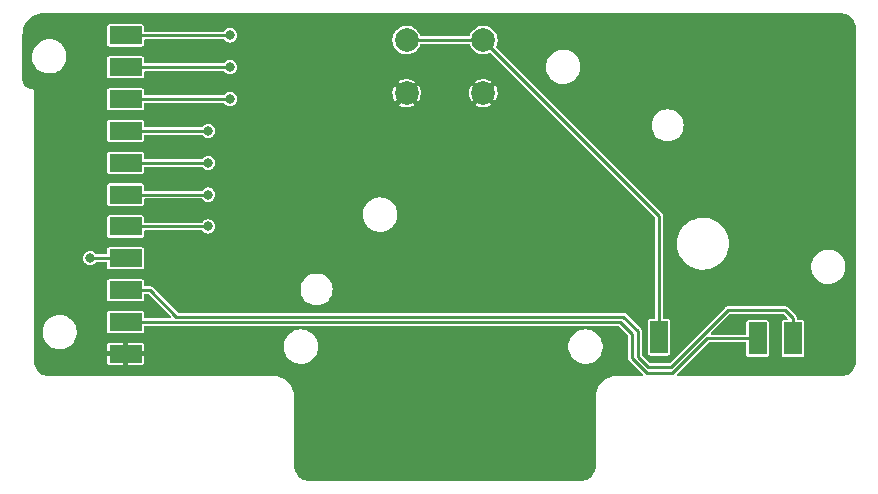
<source format=gbr>
%TF.GenerationSoftware,KiCad,Pcbnew,(6.0.0)*%
%TF.CreationDate,2023-01-08T12:04:32-05:00*%
%TF.ProjectId,gba_slab_sp_remix_button_pcb,6762615f-736c-4616-925f-73705f72656d,1.1*%
%TF.SameCoordinates,Original*%
%TF.FileFunction,Copper,L2,Bot*%
%TF.FilePolarity,Positive*%
%FSLAX46Y46*%
G04 Gerber Fmt 4.6, Leading zero omitted, Abs format (unit mm)*
G04 Created by KiCad (PCBNEW (6.0.0)) date 2023-01-08 12:04:32*
%MOMM*%
%LPD*%
G01*
G04 APERTURE LIST*
%TA.AperFunction,ComponentPad*%
%ADD10C,2.000000*%
%TD*%
%TA.AperFunction,SMDPad,CuDef*%
%ADD11R,2.700000X1.500000*%
%TD*%
%TA.AperFunction,SMDPad,CuDef*%
%ADD12R,1.500000X2.700000*%
%TD*%
%TA.AperFunction,ViaPad*%
%ADD13C,0.800000*%
%TD*%
%TA.AperFunction,Conductor*%
%ADD14C,0.250000*%
%TD*%
G04 APERTURE END LIST*
D10*
%TO.P,BRIGHTNESS BTN,1,A*%
%TO.N,Net-(SW9-Pad1)*%
X90140007Y-68574186D03*
X96640007Y-68574186D03*
%TO.P,BRIGHTNESS BTN,2,B*%
%TO.N,GND*%
X90140007Y-73074186D03*
X96640007Y-73074186D03*
%TD*%
D11*
%TO.P,TP1,1,1*%
%TO.N,Net-(SW1-Pad1)*%
X66342000Y-87043428D03*
%TD*%
%TO.P,TP2,1,1*%
%TO.N,Net-(SW2-Pad1)*%
X66342000Y-81652000D03*
%TD*%
%TO.P,TP3,1,1*%
%TO.N,Net-(SW3-Pad1)*%
X66342000Y-84347714D03*
%TD*%
%TO.P,TP4,1,1*%
%TO.N,Net-(SW4-Pad1)*%
X66342000Y-78956286D03*
%TD*%
%TO.P,TP5,1,1*%
%TO.N,Net-(SW5-Pad1)*%
X66342000Y-70869144D03*
%TD*%
%TO.P,TP6,1,1*%
%TO.N,Net-(SW6-Pad1)*%
X66342000Y-68173428D03*
%TD*%
%TO.P,TP7,1,1*%
%TO.N,Net-(SW7-Pad1)*%
X66342000Y-76260572D03*
%TD*%
%TO.P,TP8,1,1*%
%TO.N,Net-(SW8-Pad1)*%
X66342000Y-73564858D03*
%TD*%
D12*
%TO.P,TP9,1,1*%
%TO.N,Net-(TP12-Pad1)*%
X119850000Y-93830000D03*
%TD*%
%TO.P,TP10,1,1*%
%TO.N,Net-(TP10-Pad1)*%
X122850000Y-93830000D03*
%TD*%
D11*
%TO.P,TP11,1,1*%
%TO.N,GND*%
X66342000Y-95131428D03*
%TD*%
%TO.P,TP12,1,1*%
%TO.N,Net-(TP12-Pad1)*%
X66342000Y-92435428D03*
%TD*%
%TO.P,TP13,1,1*%
%TO.N,Net-(TP10-Pad1)*%
X66342000Y-89739428D03*
%TD*%
D12*
%TO.P,BRIGHTNESS ,1,1*%
%TO.N,Net-(SW9-Pad1)*%
X111506000Y-93726000D03*
%TD*%
D13*
%TO.N,GND*%
X84582000Y-86868000D03*
%TO.N,Net-(SW1-Pad1)*%
X63342000Y-87043428D03*
%TO.N,Net-(SW2-Pad1)*%
X73342000Y-81652000D03*
%TO.N,Net-(SW3-Pad1)*%
X73342000Y-84347714D03*
%TO.N,Net-(SW4-Pad1)*%
X73342000Y-78956286D03*
%TO.N,Net-(SW5-Pad1)*%
X75184000Y-70869144D03*
%TO.N,Net-(SW6-Pad1)*%
X75184000Y-68173428D03*
%TO.N,Net-(SW7-Pad1)*%
X73342000Y-76260572D03*
%TO.N,Net-(SW8-Pad1)*%
X75184000Y-73564858D03*
%TD*%
D14*
%TO.N,Net-(SW1-Pad1)*%
X66342000Y-87043428D02*
X63342000Y-87043428D01*
%TO.N,Net-(SW2-Pad1)*%
X66342000Y-81652000D02*
X73342000Y-81652000D01*
%TO.N,Net-(SW3-Pad1)*%
X73342000Y-84347714D02*
X66342000Y-84347714D01*
%TO.N,Net-(SW4-Pad1)*%
X66342000Y-78956286D02*
X73342000Y-78956286D01*
%TO.N,Net-(SW5-Pad1)*%
X75184000Y-70869144D02*
X66342000Y-70869144D01*
%TO.N,Net-(SW6-Pad1)*%
X75184000Y-68173428D02*
X66342000Y-68173428D01*
%TO.N,Net-(SW7-Pad1)*%
X66342000Y-76260572D02*
X73342000Y-76260572D01*
%TO.N,Net-(SW8-Pad1)*%
X66342000Y-73564858D02*
X75184000Y-73564858D01*
%TO.N,Net-(TP12-Pad1)*%
X110490000Y-96774000D02*
X112649718Y-96774000D01*
X112649718Y-96774000D02*
X115593718Y-93830000D01*
X109220000Y-93472000D02*
X109220000Y-95504000D01*
X115593718Y-93830000D02*
X119850000Y-93830000D01*
X108188000Y-92440000D02*
X109220000Y-93472000D01*
X109220000Y-95504000D02*
X110490000Y-96774000D01*
X66346572Y-92440000D02*
X108188000Y-92440000D01*
%TO.N,Net-(TP10-Pad1)*%
X109728000Y-95376282D02*
X110617718Y-96266000D01*
X117348000Y-91440000D02*
X122174000Y-91440000D01*
X109728000Y-93218000D02*
X109728000Y-95376282D01*
X112522000Y-96266000D02*
X117348000Y-91440000D01*
X110617718Y-96266000D02*
X112522000Y-96266000D01*
X66342000Y-89739428D02*
X68403428Y-89739428D01*
X122174000Y-91440000D02*
X122850000Y-92116000D01*
X122850000Y-92116000D02*
X122850000Y-93830000D01*
X68403428Y-89739428D02*
X70654480Y-91990480D01*
X70654480Y-91990480D02*
X108500480Y-91990480D01*
X108500480Y-91990480D02*
X109728000Y-93218000D01*
%TO.N,Net-(SW9-Pad1)*%
X111506000Y-83440179D02*
X111506000Y-93726000D01*
X96640007Y-68574186D02*
X111506000Y-83440179D01*
X96640007Y-68574186D02*
X90140007Y-68574186D01*
%TD*%
%TA.AperFunction,Conductor*%
%TO.N,GND*%
G36*
X126878227Y-66282518D02*
G01*
X126889642Y-66285143D01*
X126900516Y-66282682D01*
X126911665Y-66282702D01*
X126911664Y-66283199D01*
X126921568Y-66282484D01*
X127000221Y-66288674D01*
X127085597Y-66295394D01*
X127100940Y-66297824D01*
X127192543Y-66319816D01*
X127284151Y-66341809D01*
X127298918Y-66346608D01*
X127385955Y-66382660D01*
X127472987Y-66418710D01*
X127486828Y-66425762D01*
X127647481Y-66524209D01*
X127660049Y-66533341D01*
X127803314Y-66655701D01*
X127814299Y-66666686D01*
X127936659Y-66809951D01*
X127945791Y-66822519D01*
X128044238Y-66983172D01*
X128051290Y-66997013D01*
X128123391Y-67171078D01*
X128128192Y-67185853D01*
X128172176Y-67369060D01*
X128174606Y-67384403D01*
X128187476Y-67547924D01*
X128186759Y-67557627D01*
X128187376Y-67557628D01*
X128187356Y-67568774D01*
X128184857Y-67579642D01*
X128187318Y-67590517D01*
X128187559Y-67591583D01*
X128190000Y-67613432D01*
X128190000Y-95696040D01*
X128187482Y-95718227D01*
X128184857Y-95729642D01*
X128187318Y-95740516D01*
X128187298Y-95751665D01*
X128186801Y-95751664D01*
X128187516Y-95761568D01*
X128185496Y-95787236D01*
X128174606Y-95925597D01*
X128172176Y-95940940D01*
X128153793Y-96017510D01*
X128139438Y-96077306D01*
X128128192Y-96124147D01*
X128123391Y-96138922D01*
X128051290Y-96312987D01*
X128044238Y-96326828D01*
X127945791Y-96487481D01*
X127936659Y-96500049D01*
X127814299Y-96643314D01*
X127803314Y-96654299D01*
X127660049Y-96776659D01*
X127647481Y-96785791D01*
X127486828Y-96884238D01*
X127472987Y-96891290D01*
X127385955Y-96927340D01*
X127298918Y-96963392D01*
X127284151Y-96968191D01*
X127192544Y-96990184D01*
X127100940Y-97012176D01*
X127085597Y-97014606D01*
X126959781Y-97024508D01*
X126922075Y-97027476D01*
X126912373Y-97026759D01*
X126912372Y-97027376D01*
X126901226Y-97027356D01*
X126890358Y-97024857D01*
X126878607Y-97027516D01*
X126878417Y-97027559D01*
X126856568Y-97030000D01*
X113093052Y-97030000D01*
X113034861Y-97011093D01*
X112998897Y-96961593D01*
X112998897Y-96900407D01*
X113023048Y-96860996D01*
X115699548Y-94184496D01*
X115754065Y-94156719D01*
X115769552Y-94155500D01*
X118800500Y-94155500D01*
X118858691Y-94174407D01*
X118894655Y-94223907D01*
X118899500Y-94254500D01*
X118899500Y-95199748D01*
X118911133Y-95258231D01*
X118955448Y-95324552D01*
X119021769Y-95368867D01*
X119031332Y-95370769D01*
X119031334Y-95370770D01*
X119054005Y-95375279D01*
X119080252Y-95380500D01*
X120619748Y-95380500D01*
X120645995Y-95375279D01*
X120668666Y-95370770D01*
X120668668Y-95370769D01*
X120678231Y-95368867D01*
X120744552Y-95324552D01*
X120788867Y-95258231D01*
X120800500Y-95199748D01*
X120800500Y-92460252D01*
X120788867Y-92401769D01*
X120744552Y-92335448D01*
X120678231Y-92291133D01*
X120668668Y-92289231D01*
X120668666Y-92289230D01*
X120645995Y-92284721D01*
X120619748Y-92279500D01*
X119080252Y-92279500D01*
X119054005Y-92284721D01*
X119031334Y-92289230D01*
X119031332Y-92289231D01*
X119021769Y-92291133D01*
X118955448Y-92335448D01*
X118911133Y-92401769D01*
X118899500Y-92460252D01*
X118899500Y-93405500D01*
X118880593Y-93463691D01*
X118831093Y-93499655D01*
X118800500Y-93504500D01*
X115982834Y-93504500D01*
X115924643Y-93485593D01*
X115888679Y-93436093D01*
X115888679Y-93374907D01*
X115912830Y-93335496D01*
X117453830Y-91794496D01*
X117508347Y-91766719D01*
X117523834Y-91765500D01*
X121998167Y-91765500D01*
X122056358Y-91784407D01*
X122068171Y-91794497D01*
X122384170Y-92110497D01*
X122411947Y-92165013D01*
X122402376Y-92225445D01*
X122359111Y-92268710D01*
X122314166Y-92279500D01*
X122080252Y-92279500D01*
X122054005Y-92284721D01*
X122031334Y-92289230D01*
X122031332Y-92289231D01*
X122021769Y-92291133D01*
X121955448Y-92335448D01*
X121911133Y-92401769D01*
X121899500Y-92460252D01*
X121899500Y-95199748D01*
X121911133Y-95258231D01*
X121955448Y-95324552D01*
X122021769Y-95368867D01*
X122031332Y-95370769D01*
X122031334Y-95370770D01*
X122054005Y-95375279D01*
X122080252Y-95380500D01*
X123619748Y-95380500D01*
X123645995Y-95375279D01*
X123668666Y-95370770D01*
X123668668Y-95370769D01*
X123678231Y-95368867D01*
X123744552Y-95324552D01*
X123788867Y-95258231D01*
X123800500Y-95199748D01*
X123800500Y-92460252D01*
X123788867Y-92401769D01*
X123744552Y-92335448D01*
X123678231Y-92291133D01*
X123668668Y-92289231D01*
X123668666Y-92289230D01*
X123645995Y-92284721D01*
X123619748Y-92279500D01*
X123274500Y-92279500D01*
X123216309Y-92260593D01*
X123180345Y-92211093D01*
X123175500Y-92180500D01*
X123175500Y-92134523D01*
X123175877Y-92125894D01*
X123178508Y-92095820D01*
X123179263Y-92087193D01*
X123177022Y-92078830D01*
X123177022Y-92078827D01*
X123169206Y-92049656D01*
X123167337Y-92041228D01*
X123160588Y-92002955D01*
X123156257Y-91995454D01*
X123154258Y-91989960D01*
X123151795Y-91984678D01*
X123149554Y-91976316D01*
X123127259Y-91944475D01*
X123122636Y-91937219D01*
X123103194Y-91903545D01*
X123073435Y-91878574D01*
X123067067Y-91872740D01*
X122417269Y-91222943D01*
X122411434Y-91216575D01*
X122392022Y-91193441D01*
X122386455Y-91186806D01*
X122352792Y-91167371D01*
X122345511Y-91162732D01*
X122343056Y-91161013D01*
X122313684Y-91140446D01*
X122305316Y-91138204D01*
X122300029Y-91135738D01*
X122294544Y-91133742D01*
X122287045Y-91129412D01*
X122278519Y-91127909D01*
X122278517Y-91127908D01*
X122248784Y-91122666D01*
X122240349Y-91120796D01*
X122211174Y-91112978D01*
X122202807Y-91110736D01*
X122194178Y-91111491D01*
X122164095Y-91114123D01*
X122155466Y-91114500D01*
X117366534Y-91114500D01*
X117357905Y-91114123D01*
X117327822Y-91111491D01*
X117319193Y-91110736D01*
X117310826Y-91112978D01*
X117281651Y-91120796D01*
X117273216Y-91122666D01*
X117243483Y-91127908D01*
X117243481Y-91127909D01*
X117234955Y-91129412D01*
X117227456Y-91133742D01*
X117221971Y-91135738D01*
X117216684Y-91138204D01*
X117208316Y-91140446D01*
X117178944Y-91161013D01*
X117176489Y-91162732D01*
X117169208Y-91167371D01*
X117135545Y-91186806D01*
X117129978Y-91193441D01*
X117110569Y-91216571D01*
X117104735Y-91222939D01*
X112416170Y-95911504D01*
X112361653Y-95939281D01*
X112346166Y-95940500D01*
X110793553Y-95940500D01*
X110735362Y-95921593D01*
X110723549Y-95911504D01*
X110082496Y-95270452D01*
X110054719Y-95215935D01*
X110053500Y-95200448D01*
X110053500Y-93236522D01*
X110053877Y-93227893D01*
X110056508Y-93197822D01*
X110057263Y-93189193D01*
X110047205Y-93151657D01*
X110045337Y-93143231D01*
X110043716Y-93134038D01*
X110038588Y-93104955D01*
X110034255Y-93097450D01*
X110032262Y-93091973D01*
X110029795Y-93086682D01*
X110027553Y-93078316D01*
X110005264Y-93046484D01*
X110000628Y-93039206D01*
X109985524Y-93013044D01*
X109985523Y-93013042D01*
X109981194Y-93005545D01*
X109951435Y-92980574D01*
X109945067Y-92974740D01*
X108743749Y-91773423D01*
X108737914Y-91767055D01*
X108736609Y-91765500D01*
X108712935Y-91737286D01*
X108679272Y-91717851D01*
X108671991Y-91713212D01*
X108669536Y-91711493D01*
X108640164Y-91690926D01*
X108631796Y-91688684D01*
X108626509Y-91686218D01*
X108621024Y-91684222D01*
X108613525Y-91679892D01*
X108604999Y-91678389D01*
X108604997Y-91678388D01*
X108575264Y-91673146D01*
X108566829Y-91671276D01*
X108537654Y-91663458D01*
X108529287Y-91661216D01*
X108520658Y-91661971D01*
X108490575Y-91664603D01*
X108481946Y-91664980D01*
X70830315Y-91664980D01*
X70772124Y-91646073D01*
X70760311Y-91635984D01*
X68800141Y-89675815D01*
X81155928Y-89675815D01*
X81176524Y-89911223D01*
X81237684Y-90139478D01*
X81337552Y-90353644D01*
X81473092Y-90547216D01*
X81640186Y-90714310D01*
X81833758Y-90849850D01*
X82047924Y-90949718D01*
X82276179Y-91010878D01*
X82361018Y-91018301D01*
X82450457Y-91026126D01*
X82450465Y-91026126D01*
X82452621Y-91026315D01*
X82570553Y-91026315D01*
X82572709Y-91026126D01*
X82572717Y-91026126D01*
X82662156Y-91018301D01*
X82746995Y-91010878D01*
X82975250Y-90949718D01*
X83189416Y-90849850D01*
X83382988Y-90714310D01*
X83550082Y-90547216D01*
X83683141Y-90357189D01*
X83683141Y-90357188D01*
X83685622Y-90353645D01*
X83785490Y-90139478D01*
X83846650Y-89911223D01*
X83867246Y-89675815D01*
X83846650Y-89440407D01*
X83785490Y-89212152D01*
X83685622Y-88997986D01*
X83550082Y-88804414D01*
X83382988Y-88637320D01*
X83189416Y-88501780D01*
X82975250Y-88401912D01*
X82746995Y-88340752D01*
X82662156Y-88333329D01*
X82572717Y-88325504D01*
X82572709Y-88325504D01*
X82570553Y-88325315D01*
X82452621Y-88325315D01*
X82450465Y-88325504D01*
X82450457Y-88325504D01*
X82361018Y-88333329D01*
X82276179Y-88340752D01*
X82047924Y-88401912D01*
X81833758Y-88501780D01*
X81640186Y-88637320D01*
X81473092Y-88804414D01*
X81412850Y-88890448D01*
X81340034Y-88994440D01*
X81340033Y-88994442D01*
X81337552Y-88997985D01*
X81237684Y-89212152D01*
X81176524Y-89440407D01*
X81155928Y-89675815D01*
X68800141Y-89675815D01*
X68646697Y-89522371D01*
X68640862Y-89516003D01*
X68615883Y-89486234D01*
X68582220Y-89466799D01*
X68574939Y-89462160D01*
X68572484Y-89460441D01*
X68543112Y-89439874D01*
X68534744Y-89437632D01*
X68529457Y-89435166D01*
X68523972Y-89433170D01*
X68516473Y-89428840D01*
X68507947Y-89427337D01*
X68507945Y-89427336D01*
X68478212Y-89422094D01*
X68469777Y-89420224D01*
X68440602Y-89412406D01*
X68432235Y-89410164D01*
X68423606Y-89410919D01*
X68393523Y-89413551D01*
X68384894Y-89413928D01*
X67991500Y-89413928D01*
X67933309Y-89395021D01*
X67897345Y-89345521D01*
X67892500Y-89314928D01*
X67892500Y-88969680D01*
X67880867Y-88911197D01*
X67836552Y-88844876D01*
X67770231Y-88800561D01*
X67760668Y-88798659D01*
X67760666Y-88798658D01*
X67737995Y-88794149D01*
X67711748Y-88788928D01*
X64972252Y-88788928D01*
X64946005Y-88794149D01*
X64923334Y-88798658D01*
X64923332Y-88798659D01*
X64913769Y-88800561D01*
X64847448Y-88844876D01*
X64803133Y-88911197D01*
X64791500Y-88969680D01*
X64791500Y-90509176D01*
X64792448Y-90513940D01*
X64799067Y-90547216D01*
X64803133Y-90567659D01*
X64847448Y-90633980D01*
X64913769Y-90678295D01*
X64923332Y-90680197D01*
X64923334Y-90680198D01*
X64946005Y-90684707D01*
X64972252Y-90689928D01*
X67711748Y-90689928D01*
X67737995Y-90684707D01*
X67760666Y-90680198D01*
X67760668Y-90680197D01*
X67770231Y-90678295D01*
X67836552Y-90633980D01*
X67880867Y-90567659D01*
X67884934Y-90547216D01*
X67891552Y-90513940D01*
X67892500Y-90509176D01*
X67892500Y-90163928D01*
X67911407Y-90105737D01*
X67960907Y-90069773D01*
X67991500Y-90064928D01*
X68227594Y-90064928D01*
X68285785Y-90083835D01*
X68297598Y-90093924D01*
X70149169Y-91945496D01*
X70176946Y-92000013D01*
X70167375Y-92060445D01*
X70124110Y-92103710D01*
X70079165Y-92114500D01*
X67991500Y-92114500D01*
X67933309Y-92095593D01*
X67897345Y-92046093D01*
X67892500Y-92015500D01*
X67892500Y-91665680D01*
X67880867Y-91607197D01*
X67836552Y-91540876D01*
X67770231Y-91496561D01*
X67760668Y-91494659D01*
X67760666Y-91494658D01*
X67737995Y-91490149D01*
X67711748Y-91484928D01*
X64972252Y-91484928D01*
X64946005Y-91490149D01*
X64923334Y-91494658D01*
X64923332Y-91494659D01*
X64913769Y-91496561D01*
X64847448Y-91540876D01*
X64803133Y-91607197D01*
X64791500Y-91665680D01*
X64791500Y-93205176D01*
X64792448Y-93209940D01*
X64800966Y-93252764D01*
X64803133Y-93263659D01*
X64847448Y-93329980D01*
X64913769Y-93374295D01*
X64923332Y-93376197D01*
X64923334Y-93376198D01*
X64946005Y-93380707D01*
X64972252Y-93385928D01*
X67711748Y-93385928D01*
X67737995Y-93380707D01*
X67760666Y-93376198D01*
X67760668Y-93376197D01*
X67770231Y-93374295D01*
X67836552Y-93329980D01*
X67880867Y-93263659D01*
X67883035Y-93252764D01*
X67891552Y-93209940D01*
X67892500Y-93205176D01*
X67892500Y-92864500D01*
X67911407Y-92806309D01*
X67960907Y-92770345D01*
X67991500Y-92765500D01*
X108012166Y-92765500D01*
X108070357Y-92784407D01*
X108082170Y-92794496D01*
X108865504Y-93577831D01*
X108893281Y-93632348D01*
X108894500Y-93647835D01*
X108894500Y-95485466D01*
X108894123Y-95494095D01*
X108890736Y-95532807D01*
X108892978Y-95541174D01*
X108900796Y-95570349D01*
X108902666Y-95578783D01*
X108909412Y-95617045D01*
X108913742Y-95624544D01*
X108915738Y-95630029D01*
X108918204Y-95635316D01*
X108920446Y-95643684D01*
X108939166Y-95670418D01*
X108942732Y-95675511D01*
X108947371Y-95682792D01*
X108966806Y-95716455D01*
X108996581Y-95741440D01*
X109002937Y-95747264D01*
X110116669Y-96860996D01*
X110144446Y-96915513D01*
X110134875Y-96975945D01*
X110091610Y-97019210D01*
X110046665Y-97030000D01*
X107924222Y-97030000D01*
X107901870Y-97027443D01*
X107890716Y-97024858D01*
X107890000Y-97024857D01*
X107885032Y-97025990D01*
X107883886Y-97026095D01*
X107647447Y-97043006D01*
X107409831Y-97094696D01*
X107181991Y-97179676D01*
X106968563Y-97296217D01*
X106773894Y-97441945D01*
X106601945Y-97613894D01*
X106456217Y-97808563D01*
X106339676Y-98021991D01*
X106254696Y-98249831D01*
X106203006Y-98487447D01*
X106200204Y-98526635D01*
X106186212Y-98722259D01*
X106186027Y-98724241D01*
X106184858Y-98729284D01*
X106184857Y-98730000D01*
X106186100Y-98735449D01*
X106187521Y-98741679D01*
X106190000Y-98763696D01*
X106190000Y-104546040D01*
X106187482Y-104568227D01*
X106184857Y-104579642D01*
X106187318Y-104590516D01*
X106187298Y-104601665D01*
X106186801Y-104601664D01*
X106187516Y-104611570D01*
X106174606Y-104775597D01*
X106172176Y-104790940D01*
X106128192Y-104974147D01*
X106123391Y-104988922D01*
X106051290Y-105162987D01*
X106044238Y-105176828D01*
X105945791Y-105337481D01*
X105936659Y-105350049D01*
X105814299Y-105493314D01*
X105803314Y-105504299D01*
X105660049Y-105626659D01*
X105647481Y-105635791D01*
X105486828Y-105734238D01*
X105472987Y-105741290D01*
X105385954Y-105777341D01*
X105298918Y-105813392D01*
X105284151Y-105818191D01*
X105192543Y-105840184D01*
X105100940Y-105862176D01*
X105085597Y-105864606D01*
X104959781Y-105874508D01*
X104922075Y-105877476D01*
X104912373Y-105876759D01*
X104912372Y-105877376D01*
X104901226Y-105877356D01*
X104890358Y-105874857D01*
X104878607Y-105877516D01*
X104878417Y-105877559D01*
X104856568Y-105880000D01*
X81923960Y-105880000D01*
X81901773Y-105877482D01*
X81901747Y-105877476D01*
X81890358Y-105874857D01*
X81879484Y-105877318D01*
X81868335Y-105877298D01*
X81868336Y-105876801D01*
X81858432Y-105877516D01*
X81779779Y-105871326D01*
X81694403Y-105864606D01*
X81679060Y-105862176D01*
X81587456Y-105840184D01*
X81495849Y-105818191D01*
X81481082Y-105813392D01*
X81394046Y-105777341D01*
X81307013Y-105741290D01*
X81293172Y-105734238D01*
X81132519Y-105635791D01*
X81119951Y-105626659D01*
X80976686Y-105504299D01*
X80965701Y-105493314D01*
X80843341Y-105350049D01*
X80834209Y-105337481D01*
X80735762Y-105176828D01*
X80728710Y-105162987D01*
X80656609Y-104988922D01*
X80651808Y-104974147D01*
X80607824Y-104790940D01*
X80605394Y-104775597D01*
X80592524Y-104612076D01*
X80593241Y-104602373D01*
X80592624Y-104602372D01*
X80592644Y-104591226D01*
X80595143Y-104580358D01*
X80592441Y-104568417D01*
X80590000Y-104546568D01*
X80590000Y-98764222D01*
X80592557Y-98741867D01*
X80593875Y-98736181D01*
X80595142Y-98730716D01*
X80595143Y-98730000D01*
X80594010Y-98725032D01*
X80593904Y-98723880D01*
X80593131Y-98713071D01*
X80576994Y-98487447D01*
X80525304Y-98249831D01*
X80440324Y-98021991D01*
X80323783Y-97808563D01*
X80178055Y-97613894D01*
X80006106Y-97441945D01*
X79811437Y-97296217D01*
X79598009Y-97179676D01*
X79370169Y-97094696D01*
X79132553Y-97043006D01*
X78897722Y-97026210D01*
X78895759Y-97026027D01*
X78890716Y-97024858D01*
X78890000Y-97024857D01*
X78884551Y-97026100D01*
X78878321Y-97027521D01*
X78856304Y-97030000D01*
X59923960Y-97030000D01*
X59901773Y-97027482D01*
X59901747Y-97027476D01*
X59890358Y-97024857D01*
X59879484Y-97027318D01*
X59868335Y-97027298D01*
X59868336Y-97026801D01*
X59858432Y-97027516D01*
X59779779Y-97021326D01*
X59694403Y-97014606D01*
X59679060Y-97012176D01*
X59587456Y-96990184D01*
X59495849Y-96968191D01*
X59481082Y-96963392D01*
X59394045Y-96927340D01*
X59307013Y-96891290D01*
X59293172Y-96884238D01*
X59132519Y-96785791D01*
X59119951Y-96776659D01*
X58976686Y-96654299D01*
X58965701Y-96643314D01*
X58843341Y-96500049D01*
X58834209Y-96487481D01*
X58735762Y-96326828D01*
X58728710Y-96312987D01*
X58656609Y-96138922D01*
X58651808Y-96124147D01*
X58640563Y-96077306D01*
X58626207Y-96017510D01*
X58607824Y-95940940D01*
X58605394Y-95925597D01*
X58603086Y-95896268D01*
X64792000Y-95896268D01*
X64792948Y-95905890D01*
X64801702Y-95949902D01*
X64809021Y-95967570D01*
X64842389Y-96017510D01*
X64855918Y-96031039D01*
X64905858Y-96064407D01*
X64923526Y-96071726D01*
X64967538Y-96080480D01*
X64977160Y-96081428D01*
X66126320Y-96081428D01*
X66139005Y-96077306D01*
X66142000Y-96073185D01*
X66142000Y-96065748D01*
X66542000Y-96065748D01*
X66546122Y-96078433D01*
X66550243Y-96081428D01*
X67706840Y-96081428D01*
X67716462Y-96080480D01*
X67760474Y-96071726D01*
X67778142Y-96064407D01*
X67828082Y-96031039D01*
X67841611Y-96017510D01*
X67874979Y-95967570D01*
X67882298Y-95949902D01*
X67891052Y-95905890D01*
X67892000Y-95896268D01*
X67892000Y-95347108D01*
X67887878Y-95334423D01*
X67883757Y-95331428D01*
X66557680Y-95331428D01*
X66544995Y-95335550D01*
X66542000Y-95339671D01*
X66542000Y-96065748D01*
X66142000Y-96065748D01*
X66142000Y-95347108D01*
X66137878Y-95334423D01*
X66133757Y-95331428D01*
X64807680Y-95331428D01*
X64794995Y-95335550D01*
X64792000Y-95339671D01*
X64792000Y-95896268D01*
X58603086Y-95896268D01*
X58592524Y-95762076D01*
X58593241Y-95752373D01*
X58592624Y-95752372D01*
X58592644Y-95741226D01*
X58595143Y-95730358D01*
X58592441Y-95718417D01*
X58590000Y-95696568D01*
X58590000Y-94915748D01*
X64792000Y-94915748D01*
X64796122Y-94928433D01*
X64800243Y-94931428D01*
X66126320Y-94931428D01*
X66139005Y-94927306D01*
X66142000Y-94923185D01*
X66142000Y-94915748D01*
X66542000Y-94915748D01*
X66546122Y-94928433D01*
X66550243Y-94931428D01*
X67876320Y-94931428D01*
X67889005Y-94927306D01*
X67892000Y-94923185D01*
X67892000Y-94621529D01*
X79738074Y-94621529D01*
X79774153Y-94857302D01*
X79848255Y-95084018D01*
X79850129Y-95087618D01*
X79943166Y-95266340D01*
X79958390Y-95295586D01*
X80101602Y-95486325D01*
X80274042Y-95651113D01*
X80277394Y-95653400D01*
X80277397Y-95653402D01*
X80422483Y-95752373D01*
X80471082Y-95785525D01*
X80474762Y-95787233D01*
X80474767Y-95787236D01*
X80572109Y-95832420D01*
X80687428Y-95885949D01*
X80691344Y-95887035D01*
X80913348Y-95948603D01*
X80913351Y-95948604D01*
X80917272Y-95949691D01*
X80921320Y-95950124D01*
X80921322Y-95950124D01*
X80978739Y-95956260D01*
X81111986Y-95970500D01*
X81250463Y-95970500D01*
X81252492Y-95970333D01*
X81252496Y-95970333D01*
X81423669Y-95956260D01*
X81423672Y-95956259D01*
X81427716Y-95955927D01*
X81431650Y-95954939D01*
X81431655Y-95954938D01*
X81604573Y-95911504D01*
X81659048Y-95897821D01*
X81877784Y-95802712D01*
X81991287Y-95729284D01*
X82074635Y-95675364D01*
X82074638Y-95675362D01*
X82078049Y-95673155D01*
X82254464Y-95512629D01*
X82256983Y-95509440D01*
X82399776Y-95328633D01*
X82399780Y-95328627D01*
X82402293Y-95325445D01*
X82460197Y-95220552D01*
X82515600Y-95120189D01*
X82515600Y-95120188D01*
X82517564Y-95116631D01*
X82526680Y-95090890D01*
X82584208Y-94928433D01*
X82597183Y-94891794D01*
X82639012Y-94656972D01*
X82639445Y-94621529D01*
X103838074Y-94621529D01*
X103874153Y-94857302D01*
X103948255Y-95084018D01*
X103950129Y-95087618D01*
X104043166Y-95266340D01*
X104058390Y-95295586D01*
X104201602Y-95486325D01*
X104374042Y-95651113D01*
X104377394Y-95653400D01*
X104377397Y-95653402D01*
X104522483Y-95752373D01*
X104571082Y-95785525D01*
X104574762Y-95787233D01*
X104574767Y-95787236D01*
X104672109Y-95832420D01*
X104787428Y-95885949D01*
X104791344Y-95887035D01*
X105013348Y-95948603D01*
X105013351Y-95948604D01*
X105017272Y-95949691D01*
X105021320Y-95950124D01*
X105021322Y-95950124D01*
X105078739Y-95956260D01*
X105211986Y-95970500D01*
X105350463Y-95970500D01*
X105352492Y-95970333D01*
X105352496Y-95970333D01*
X105523669Y-95956260D01*
X105523672Y-95956259D01*
X105527716Y-95955927D01*
X105531650Y-95954939D01*
X105531655Y-95954938D01*
X105704573Y-95911504D01*
X105759048Y-95897821D01*
X105977784Y-95802712D01*
X106091287Y-95729284D01*
X106174635Y-95675364D01*
X106174638Y-95675362D01*
X106178049Y-95673155D01*
X106354464Y-95512629D01*
X106356983Y-95509440D01*
X106499776Y-95328633D01*
X106499780Y-95328627D01*
X106502293Y-95325445D01*
X106560197Y-95220552D01*
X106615600Y-95120189D01*
X106615600Y-95120188D01*
X106617564Y-95116631D01*
X106626680Y-95090890D01*
X106684208Y-94928433D01*
X106697183Y-94891794D01*
X106739012Y-94656972D01*
X106741926Y-94418471D01*
X106705847Y-94182698D01*
X106631745Y-93955982D01*
X106612916Y-93919811D01*
X106523487Y-93748019D01*
X106523485Y-93748016D01*
X106521610Y-93744414D01*
X106378398Y-93553675D01*
X106205958Y-93388887D01*
X106202606Y-93386600D01*
X106202603Y-93386598D01*
X106012271Y-93256762D01*
X106012269Y-93256761D01*
X106008918Y-93254475D01*
X106005238Y-93252767D01*
X106005233Y-93252764D01*
X105886869Y-93197822D01*
X105792572Y-93154051D01*
X105646308Y-93113488D01*
X105566652Y-93091397D01*
X105566649Y-93091396D01*
X105562728Y-93090309D01*
X105558680Y-93089876D01*
X105558678Y-93089876D01*
X105487375Y-93082256D01*
X105368014Y-93069500D01*
X105229537Y-93069500D01*
X105227508Y-93069667D01*
X105227504Y-93069667D01*
X105056331Y-93083740D01*
X105056328Y-93083741D01*
X105052284Y-93084073D01*
X105048350Y-93085061D01*
X105048345Y-93085062D01*
X104887982Y-93125343D01*
X104820952Y-93142179D01*
X104602216Y-93237288D01*
X104578294Y-93252764D01*
X104405365Y-93364636D01*
X104405362Y-93364638D01*
X104401951Y-93366845D01*
X104225536Y-93527371D01*
X104223020Y-93530557D01*
X104223017Y-93530560D01*
X104080224Y-93711367D01*
X104080220Y-93711373D01*
X104077707Y-93714555D01*
X103962436Y-93923369D01*
X103882817Y-94148206D01*
X103840988Y-94383028D01*
X103840938Y-94387087D01*
X103840938Y-94387091D01*
X103840457Y-94426463D01*
X103838074Y-94621529D01*
X82639445Y-94621529D01*
X82641926Y-94418471D01*
X82605847Y-94182698D01*
X82531745Y-93955982D01*
X82512916Y-93919811D01*
X82423487Y-93748019D01*
X82423485Y-93748016D01*
X82421610Y-93744414D01*
X82278398Y-93553675D01*
X82105958Y-93388887D01*
X82102606Y-93386600D01*
X82102603Y-93386598D01*
X81912271Y-93256762D01*
X81912269Y-93256761D01*
X81908918Y-93254475D01*
X81905238Y-93252767D01*
X81905233Y-93252764D01*
X81786869Y-93197822D01*
X81692572Y-93154051D01*
X81546308Y-93113488D01*
X81466652Y-93091397D01*
X81466649Y-93091396D01*
X81462728Y-93090309D01*
X81458680Y-93089876D01*
X81458678Y-93089876D01*
X81387375Y-93082256D01*
X81268014Y-93069500D01*
X81129537Y-93069500D01*
X81127508Y-93069667D01*
X81127504Y-93069667D01*
X80956331Y-93083740D01*
X80956328Y-93083741D01*
X80952284Y-93084073D01*
X80948350Y-93085061D01*
X80948345Y-93085062D01*
X80787982Y-93125343D01*
X80720952Y-93142179D01*
X80502216Y-93237288D01*
X80478294Y-93252764D01*
X80305365Y-93364636D01*
X80305362Y-93364638D01*
X80301951Y-93366845D01*
X80125536Y-93527371D01*
X80123020Y-93530557D01*
X80123017Y-93530560D01*
X79980224Y-93711367D01*
X79980220Y-93711373D01*
X79977707Y-93714555D01*
X79862436Y-93923369D01*
X79782817Y-94148206D01*
X79740988Y-94383028D01*
X79740938Y-94387087D01*
X79740938Y-94387091D01*
X79740457Y-94426463D01*
X79738074Y-94621529D01*
X67892000Y-94621529D01*
X67892000Y-94366588D01*
X67891052Y-94356966D01*
X67882298Y-94312954D01*
X67874979Y-94295286D01*
X67841611Y-94245346D01*
X67828082Y-94231817D01*
X67778142Y-94198449D01*
X67760474Y-94191130D01*
X67716462Y-94182376D01*
X67706840Y-94181428D01*
X66557680Y-94181428D01*
X66544995Y-94185550D01*
X66542000Y-94189671D01*
X66542000Y-94915748D01*
X66142000Y-94915748D01*
X66142000Y-94197108D01*
X66137878Y-94184423D01*
X66133757Y-94181428D01*
X64977160Y-94181428D01*
X64967538Y-94182376D01*
X64923526Y-94191130D01*
X64905858Y-94198449D01*
X64855918Y-94231817D01*
X64842389Y-94245346D01*
X64809021Y-94295286D01*
X64801702Y-94312954D01*
X64792948Y-94356966D01*
X64792000Y-94366588D01*
X64792000Y-94915748D01*
X58590000Y-94915748D01*
X58590000Y-93396879D01*
X59311104Y-93396879D01*
X59347183Y-93632652D01*
X59421285Y-93859368D01*
X59423159Y-93862968D01*
X59452750Y-93919811D01*
X59531420Y-94070936D01*
X59674632Y-94261675D01*
X59847072Y-94426463D01*
X59850424Y-94428750D01*
X59850427Y-94428752D01*
X60040759Y-94558588D01*
X60044112Y-94560875D01*
X60047792Y-94562583D01*
X60047797Y-94562586D01*
X60145139Y-94607770D01*
X60260458Y-94661299D01*
X60264374Y-94662385D01*
X60486378Y-94723953D01*
X60486381Y-94723954D01*
X60490302Y-94725041D01*
X60494350Y-94725474D01*
X60494352Y-94725474D01*
X60551769Y-94731610D01*
X60685016Y-94745850D01*
X60823493Y-94745850D01*
X60825522Y-94745683D01*
X60825526Y-94745683D01*
X60996699Y-94731610D01*
X60996702Y-94731609D01*
X61000746Y-94731277D01*
X61004680Y-94730289D01*
X61004685Y-94730288D01*
X61165048Y-94690007D01*
X61232078Y-94673171D01*
X61450814Y-94578062D01*
X61557798Y-94508851D01*
X61647665Y-94450714D01*
X61647668Y-94450712D01*
X61651079Y-94448505D01*
X61827494Y-94287979D01*
X61830013Y-94284790D01*
X61972806Y-94103983D01*
X61972810Y-94103977D01*
X61975323Y-94100795D01*
X62090594Y-93891981D01*
X62170213Y-93667144D01*
X62212042Y-93432322D01*
X62212539Y-93391691D01*
X62214215Y-93254475D01*
X62214956Y-93193821D01*
X62178877Y-92958048D01*
X62122123Y-92784407D01*
X62106036Y-92735189D01*
X62106034Y-92735185D01*
X62104775Y-92731332D01*
X61994640Y-92519764D01*
X61851428Y-92329025D01*
X61678988Y-92164237D01*
X61675636Y-92161950D01*
X61675633Y-92161948D01*
X61485301Y-92032112D01*
X61485299Y-92032111D01*
X61481948Y-92029825D01*
X61478268Y-92028117D01*
X61478263Y-92028114D01*
X61351389Y-91969222D01*
X61265602Y-91929401D01*
X61082328Y-91878574D01*
X61039682Y-91866747D01*
X61039679Y-91866746D01*
X61035758Y-91865659D01*
X61031710Y-91865226D01*
X61031708Y-91865226D01*
X60960405Y-91857606D01*
X60841044Y-91844850D01*
X60702567Y-91844850D01*
X60700538Y-91845017D01*
X60700534Y-91845017D01*
X60529361Y-91859090D01*
X60529358Y-91859091D01*
X60525314Y-91859423D01*
X60521380Y-91860411D01*
X60521375Y-91860412D01*
X60361012Y-91900693D01*
X60293982Y-91917529D01*
X60229662Y-91945496D01*
X60104282Y-92000013D01*
X60075246Y-92012638D01*
X59976530Y-92076500D01*
X59878395Y-92139986D01*
X59878392Y-92139988D01*
X59874981Y-92142195D01*
X59871974Y-92144932D01*
X59871973Y-92144932D01*
X59827686Y-92185230D01*
X59698566Y-92302721D01*
X59696050Y-92305907D01*
X59696047Y-92305910D01*
X59553254Y-92486717D01*
X59553250Y-92486723D01*
X59550737Y-92489905D01*
X59435466Y-92698719D01*
X59434112Y-92702542D01*
X59434110Y-92702547D01*
X59397366Y-92806309D01*
X59355847Y-92923556D01*
X59314018Y-93158378D01*
X59313968Y-93162437D01*
X59313968Y-93162441D01*
X59312844Y-93254475D01*
X59311104Y-93396879D01*
X58590000Y-93396879D01*
X58590000Y-87043428D01*
X62736318Y-87043428D01*
X62756956Y-87200190D01*
X62817464Y-87346269D01*
X62913718Y-87471710D01*
X63039159Y-87567964D01*
X63185238Y-87628472D01*
X63342000Y-87649110D01*
X63498762Y-87628472D01*
X63644841Y-87567964D01*
X63770282Y-87471710D01*
X63819429Y-87407661D01*
X63869852Y-87373005D01*
X63897970Y-87368928D01*
X64692500Y-87368928D01*
X64750691Y-87387835D01*
X64786655Y-87437335D01*
X64791500Y-87467928D01*
X64791500Y-87813176D01*
X64792448Y-87817940D01*
X64800736Y-87859606D01*
X64803133Y-87871659D01*
X64847448Y-87937980D01*
X64913769Y-87982295D01*
X64923332Y-87984197D01*
X64923334Y-87984198D01*
X64946005Y-87988707D01*
X64972252Y-87993928D01*
X67711748Y-87993928D01*
X67737995Y-87988707D01*
X67760666Y-87984198D01*
X67760668Y-87984197D01*
X67770231Y-87982295D01*
X67836552Y-87937980D01*
X67880867Y-87871659D01*
X67883265Y-87859606D01*
X67891552Y-87817940D01*
X67892500Y-87813176D01*
X67892500Y-86273680D01*
X67880867Y-86215197D01*
X67836552Y-86148876D01*
X67770231Y-86104561D01*
X67760668Y-86102659D01*
X67760666Y-86102658D01*
X67737995Y-86098149D01*
X67711748Y-86092928D01*
X64972252Y-86092928D01*
X64946005Y-86098149D01*
X64923334Y-86102658D01*
X64923332Y-86102659D01*
X64913769Y-86104561D01*
X64847448Y-86148876D01*
X64803133Y-86215197D01*
X64791500Y-86273680D01*
X64791500Y-86618928D01*
X64772593Y-86677119D01*
X64723093Y-86713083D01*
X64692500Y-86717928D01*
X63897970Y-86717928D01*
X63839779Y-86699021D01*
X63819428Y-86679195D01*
X63774236Y-86620299D01*
X63770282Y-86615146D01*
X63644841Y-86518892D01*
X63498762Y-86458384D01*
X63342000Y-86437746D01*
X63185238Y-86458384D01*
X63039159Y-86518892D01*
X62913718Y-86615146D01*
X62817464Y-86740587D01*
X62756956Y-86886666D01*
X62736318Y-87043428D01*
X58590000Y-87043428D01*
X58590000Y-85117462D01*
X64791500Y-85117462D01*
X64803133Y-85175945D01*
X64847448Y-85242266D01*
X64913769Y-85286581D01*
X64923332Y-85288483D01*
X64923334Y-85288484D01*
X64946005Y-85292993D01*
X64972252Y-85298214D01*
X67711748Y-85298214D01*
X67737995Y-85292993D01*
X67760666Y-85288484D01*
X67760668Y-85288483D01*
X67770231Y-85286581D01*
X67836552Y-85242266D01*
X67880867Y-85175945D01*
X67892500Y-85117462D01*
X67892500Y-84772214D01*
X67911407Y-84714023D01*
X67960907Y-84678059D01*
X67991500Y-84673214D01*
X72786030Y-84673214D01*
X72844221Y-84692121D01*
X72864571Y-84711946D01*
X72913718Y-84775996D01*
X73039159Y-84872250D01*
X73185238Y-84932758D01*
X73342000Y-84953396D01*
X73498762Y-84932758D01*
X73644841Y-84872250D01*
X73770282Y-84775996D01*
X73866536Y-84650555D01*
X73927044Y-84504476D01*
X73947682Y-84347714D01*
X73927044Y-84190952D01*
X73866536Y-84044873D01*
X73770282Y-83919432D01*
X73644841Y-83823178D01*
X73525985Y-83773946D01*
X73504759Y-83765154D01*
X73498762Y-83762670D01*
X73342000Y-83742032D01*
X73185238Y-83762670D01*
X73179241Y-83765154D01*
X73158015Y-83773946D01*
X73039159Y-83823178D01*
X72913718Y-83919432D01*
X72909764Y-83924585D01*
X72864572Y-83983481D01*
X72814148Y-84018137D01*
X72786030Y-84022214D01*
X67991500Y-84022214D01*
X67933309Y-84003307D01*
X67897345Y-83953807D01*
X67892500Y-83923214D01*
X67892500Y-83577966D01*
X67880867Y-83519483D01*
X67836552Y-83453162D01*
X67822480Y-83443759D01*
X86438999Y-83443759D01*
X86475078Y-83679532D01*
X86494341Y-83738468D01*
X86547756Y-83901890D01*
X86549180Y-83906248D01*
X86551054Y-83909848D01*
X86607426Y-84018137D01*
X86659315Y-84117816D01*
X86802527Y-84308555D01*
X86974967Y-84473343D01*
X86978319Y-84475630D01*
X86978322Y-84475632D01*
X87011171Y-84498040D01*
X87172007Y-84607755D01*
X87175687Y-84609463D01*
X87175692Y-84609466D01*
X87262932Y-84649961D01*
X87388353Y-84708179D01*
X87392269Y-84709265D01*
X87614273Y-84770833D01*
X87614276Y-84770834D01*
X87618197Y-84771921D01*
X87622245Y-84772354D01*
X87622247Y-84772354D01*
X87679664Y-84778490D01*
X87812911Y-84792730D01*
X87951388Y-84792730D01*
X87953417Y-84792563D01*
X87953421Y-84792563D01*
X88124594Y-84778490D01*
X88124597Y-84778489D01*
X88128641Y-84778157D01*
X88132575Y-84777169D01*
X88132580Y-84777168D01*
X88332769Y-84726884D01*
X88359973Y-84720051D01*
X88521169Y-84649961D01*
X88574979Y-84626564D01*
X88574980Y-84626563D01*
X88578709Y-84624942D01*
X88685693Y-84555731D01*
X88775560Y-84497594D01*
X88775563Y-84497592D01*
X88778974Y-84495385D01*
X88955389Y-84334859D01*
X88957908Y-84331670D01*
X89100701Y-84150863D01*
X89100705Y-84150857D01*
X89103218Y-84147675D01*
X89156658Y-84050868D01*
X89216525Y-83942419D01*
X89216525Y-83942418D01*
X89218489Y-83938861D01*
X89223545Y-83924585D01*
X89288190Y-83742032D01*
X89298108Y-83714024D01*
X89339937Y-83479202D01*
X89340188Y-83458713D01*
X89341949Y-83314542D01*
X89342851Y-83240701D01*
X89306772Y-83004928D01*
X89232670Y-82778212D01*
X89213841Y-82742041D01*
X89124412Y-82570249D01*
X89124410Y-82570246D01*
X89122535Y-82566644D01*
X88979323Y-82375905D01*
X88806883Y-82211117D01*
X88803531Y-82208830D01*
X88803528Y-82208828D01*
X88613196Y-82078992D01*
X88613194Y-82078991D01*
X88609843Y-82076705D01*
X88606163Y-82074997D01*
X88606158Y-82074994D01*
X88484039Y-82018309D01*
X88393497Y-81976281D01*
X88294571Y-81948846D01*
X88167577Y-81913627D01*
X88167574Y-81913626D01*
X88163653Y-81912539D01*
X88159605Y-81912106D01*
X88159603Y-81912106D01*
X88088300Y-81904486D01*
X87968939Y-81891730D01*
X87830462Y-81891730D01*
X87828433Y-81891897D01*
X87828429Y-81891897D01*
X87657256Y-81905970D01*
X87657253Y-81905971D01*
X87653209Y-81906303D01*
X87649275Y-81907291D01*
X87649270Y-81907292D01*
X87488907Y-81947573D01*
X87421877Y-81964409D01*
X87203141Y-82059518D01*
X87176891Y-82076500D01*
X87006290Y-82186866D01*
X87006287Y-82186868D01*
X87002876Y-82189075D01*
X86826461Y-82349601D01*
X86823945Y-82352787D01*
X86823942Y-82352790D01*
X86681149Y-82533597D01*
X86681145Y-82533603D01*
X86678632Y-82536785D01*
X86563361Y-82745599D01*
X86483742Y-82970436D01*
X86441913Y-83205258D01*
X86441863Y-83209317D01*
X86441863Y-83209321D01*
X86441138Y-83268668D01*
X86438999Y-83443759D01*
X67822480Y-83443759D01*
X67770231Y-83408847D01*
X67760668Y-83406945D01*
X67760666Y-83406944D01*
X67737995Y-83402435D01*
X67711748Y-83397214D01*
X64972252Y-83397214D01*
X64946005Y-83402435D01*
X64923334Y-83406944D01*
X64923332Y-83406945D01*
X64913769Y-83408847D01*
X64847448Y-83453162D01*
X64803133Y-83519483D01*
X64791500Y-83577966D01*
X64791500Y-85117462D01*
X58590000Y-85117462D01*
X58590000Y-82421748D01*
X64791500Y-82421748D01*
X64803133Y-82480231D01*
X64847448Y-82546552D01*
X64913769Y-82590867D01*
X64923332Y-82592769D01*
X64923334Y-82592770D01*
X64946005Y-82597279D01*
X64972252Y-82602500D01*
X67711748Y-82602500D01*
X67737995Y-82597279D01*
X67760666Y-82592770D01*
X67760668Y-82592769D01*
X67770231Y-82590867D01*
X67836552Y-82546552D01*
X67880867Y-82480231D01*
X67892500Y-82421748D01*
X67892500Y-82076500D01*
X67911407Y-82018309D01*
X67960907Y-81982345D01*
X67991500Y-81977500D01*
X72786030Y-81977500D01*
X72844221Y-81996407D01*
X72864571Y-82016232D01*
X72913718Y-82080282D01*
X73039159Y-82176536D01*
X73185238Y-82237044D01*
X73342000Y-82257682D01*
X73498762Y-82237044D01*
X73644841Y-82176536D01*
X73770282Y-82080282D01*
X73866536Y-81954841D01*
X73927044Y-81808762D01*
X73947682Y-81652000D01*
X73927044Y-81495238D01*
X73866536Y-81349159D01*
X73770282Y-81223718D01*
X73644841Y-81127464D01*
X73498762Y-81066956D01*
X73342000Y-81046318D01*
X73185238Y-81066956D01*
X73039159Y-81127464D01*
X72913718Y-81223718D01*
X72909764Y-81228871D01*
X72864572Y-81287767D01*
X72814148Y-81322423D01*
X72786030Y-81326500D01*
X67991500Y-81326500D01*
X67933309Y-81307593D01*
X67897345Y-81258093D01*
X67892500Y-81227500D01*
X67892500Y-80882252D01*
X67880867Y-80823769D01*
X67836552Y-80757448D01*
X67770231Y-80713133D01*
X67760668Y-80711231D01*
X67760666Y-80711230D01*
X67737995Y-80706721D01*
X67711748Y-80701500D01*
X64972252Y-80701500D01*
X64946005Y-80706721D01*
X64923334Y-80711230D01*
X64923332Y-80711231D01*
X64913769Y-80713133D01*
X64847448Y-80757448D01*
X64803133Y-80823769D01*
X64791500Y-80882252D01*
X64791500Y-82421748D01*
X58590000Y-82421748D01*
X58590000Y-79726034D01*
X64791500Y-79726034D01*
X64803133Y-79784517D01*
X64847448Y-79850838D01*
X64913769Y-79895153D01*
X64923332Y-79897055D01*
X64923334Y-79897056D01*
X64946005Y-79901565D01*
X64972252Y-79906786D01*
X67711748Y-79906786D01*
X67737995Y-79901565D01*
X67760666Y-79897056D01*
X67760668Y-79897055D01*
X67770231Y-79895153D01*
X67836552Y-79850838D01*
X67880867Y-79784517D01*
X67892500Y-79726034D01*
X67892500Y-79380786D01*
X67911407Y-79322595D01*
X67960907Y-79286631D01*
X67991500Y-79281786D01*
X72786030Y-79281786D01*
X72844221Y-79300693D01*
X72864571Y-79320518D01*
X72913718Y-79384568D01*
X73039159Y-79480822D01*
X73185238Y-79541330D01*
X73342000Y-79561968D01*
X73498762Y-79541330D01*
X73644841Y-79480822D01*
X73770282Y-79384568D01*
X73866536Y-79259127D01*
X73927044Y-79113048D01*
X73947682Y-78956286D01*
X73927044Y-78799524D01*
X73866536Y-78653445D01*
X73770282Y-78528004D01*
X73644841Y-78431750D01*
X73498762Y-78371242D01*
X73342000Y-78350604D01*
X73185238Y-78371242D01*
X73039159Y-78431750D01*
X72913718Y-78528004D01*
X72909764Y-78533157D01*
X72864572Y-78592053D01*
X72814148Y-78626709D01*
X72786030Y-78630786D01*
X67991500Y-78630786D01*
X67933309Y-78611879D01*
X67897345Y-78562379D01*
X67892500Y-78531786D01*
X67892500Y-78186538D01*
X67880867Y-78128055D01*
X67836552Y-78061734D01*
X67770231Y-78017419D01*
X67760668Y-78015517D01*
X67760666Y-78015516D01*
X67737995Y-78011007D01*
X67711748Y-78005786D01*
X64972252Y-78005786D01*
X64946005Y-78011007D01*
X64923334Y-78015516D01*
X64923332Y-78015517D01*
X64913769Y-78017419D01*
X64847448Y-78061734D01*
X64803133Y-78128055D01*
X64791500Y-78186538D01*
X64791500Y-79726034D01*
X58590000Y-79726034D01*
X58590000Y-77030320D01*
X64791500Y-77030320D01*
X64803133Y-77088803D01*
X64847448Y-77155124D01*
X64913769Y-77199439D01*
X64923332Y-77201341D01*
X64923334Y-77201342D01*
X64946005Y-77205851D01*
X64972252Y-77211072D01*
X67711748Y-77211072D01*
X67737995Y-77205851D01*
X67760666Y-77201342D01*
X67760668Y-77201341D01*
X67770231Y-77199439D01*
X67836552Y-77155124D01*
X67880867Y-77088803D01*
X67892500Y-77030320D01*
X67892500Y-76685072D01*
X67911407Y-76626881D01*
X67960907Y-76590917D01*
X67991500Y-76586072D01*
X72786030Y-76586072D01*
X72844221Y-76604979D01*
X72864571Y-76624804D01*
X72913718Y-76688854D01*
X73039159Y-76785108D01*
X73185238Y-76845616D01*
X73342000Y-76866254D01*
X73498762Y-76845616D01*
X73644841Y-76785108D01*
X73770282Y-76688854D01*
X73866536Y-76563413D01*
X73927044Y-76417334D01*
X73947682Y-76260572D01*
X73927044Y-76103810D01*
X73866536Y-75957731D01*
X73770282Y-75832290D01*
X73644841Y-75736036D01*
X73498762Y-75675528D01*
X73342000Y-75654890D01*
X73185238Y-75675528D01*
X73039159Y-75736036D01*
X72913718Y-75832290D01*
X72909764Y-75837443D01*
X72864572Y-75896339D01*
X72814148Y-75930995D01*
X72786030Y-75935072D01*
X67991500Y-75935072D01*
X67933309Y-75916165D01*
X67897345Y-75866665D01*
X67892500Y-75836072D01*
X67892500Y-75490824D01*
X67880867Y-75432341D01*
X67836552Y-75366020D01*
X67770231Y-75321705D01*
X67760668Y-75319803D01*
X67760666Y-75319802D01*
X67737995Y-75315293D01*
X67711748Y-75310072D01*
X64972252Y-75310072D01*
X64946005Y-75315293D01*
X64923334Y-75319802D01*
X64923332Y-75319803D01*
X64913769Y-75321705D01*
X64847448Y-75366020D01*
X64803133Y-75432341D01*
X64791500Y-75490824D01*
X64791500Y-77030320D01*
X58590000Y-77030320D01*
X58590000Y-74334606D01*
X64791500Y-74334606D01*
X64803133Y-74393089D01*
X64847448Y-74459410D01*
X64913769Y-74503725D01*
X64923332Y-74505627D01*
X64923334Y-74505628D01*
X64943430Y-74509625D01*
X64972252Y-74515358D01*
X67711748Y-74515358D01*
X67740570Y-74509625D01*
X67760666Y-74505628D01*
X67760668Y-74505627D01*
X67770231Y-74503725D01*
X67836552Y-74459410D01*
X67880867Y-74393089D01*
X67892500Y-74334606D01*
X67892500Y-73989358D01*
X67911407Y-73931167D01*
X67960907Y-73895203D01*
X67991500Y-73890358D01*
X74628030Y-73890358D01*
X74686221Y-73909265D01*
X74706571Y-73929090D01*
X74755718Y-73993140D01*
X74881159Y-74089394D01*
X75027238Y-74149902D01*
X75184000Y-74170540D01*
X75340762Y-74149902D01*
X75486841Y-74089394D01*
X75533636Y-74053487D01*
X89449378Y-74053487D01*
X89449385Y-74053532D01*
X89454908Y-74059748D01*
X89561186Y-74130761D01*
X89569140Y-74135079D01*
X89763419Y-74218548D01*
X89772031Y-74221346D01*
X89978279Y-74268015D01*
X89987239Y-74269195D01*
X90198551Y-74277497D01*
X90207563Y-74277025D01*
X90416855Y-74246680D01*
X90425637Y-74244571D01*
X90625885Y-74176596D01*
X90634141Y-74172920D01*
X90818649Y-74069590D01*
X90825762Y-74064701D01*
X90832816Y-74053522D01*
X90832814Y-74053487D01*
X95949378Y-74053487D01*
X95949385Y-74053532D01*
X95954908Y-74059748D01*
X96061186Y-74130761D01*
X96069140Y-74135079D01*
X96263419Y-74218548D01*
X96272031Y-74221346D01*
X96478279Y-74268015D01*
X96487239Y-74269195D01*
X96698551Y-74277497D01*
X96707563Y-74277025D01*
X96916855Y-74246680D01*
X96925637Y-74244571D01*
X97125885Y-74176596D01*
X97134141Y-74172920D01*
X97318649Y-74069590D01*
X97325762Y-74064701D01*
X97332816Y-74053522D01*
X97332631Y-74050688D01*
X97330632Y-74047654D01*
X96651093Y-73368115D01*
X96639210Y-73362061D01*
X96634179Y-73362857D01*
X95955432Y-74041604D01*
X95949378Y-74053487D01*
X90832814Y-74053487D01*
X90832631Y-74050688D01*
X90830632Y-74047654D01*
X90151093Y-73368115D01*
X90139210Y-73362061D01*
X90134179Y-73362857D01*
X89455432Y-74041604D01*
X89449378Y-74053487D01*
X75533636Y-74053487D01*
X75612282Y-73993140D01*
X75708536Y-73867699D01*
X75769044Y-73721620D01*
X75789682Y-73564858D01*
X75769044Y-73408096D01*
X75708536Y-73262017D01*
X75612282Y-73136576D01*
X75495762Y-73047167D01*
X88935576Y-73047167D01*
X88949406Y-73258186D01*
X88950819Y-73267107D01*
X89002873Y-73472068D01*
X89005893Y-73480596D01*
X89094424Y-73672635D01*
X89098942Y-73680460D01*
X89152812Y-73756685D01*
X89163497Y-73764664D01*
X89164248Y-73764674D01*
X89170377Y-73760973D01*
X89846078Y-73085272D01*
X89851320Y-73074983D01*
X90427882Y-73074983D01*
X90428678Y-73080014D01*
X91109511Y-73760847D01*
X91121394Y-73766901D01*
X91124196Y-73766458D01*
X91127042Y-73764183D01*
X91130293Y-73760275D01*
X91135411Y-73752828D01*
X91238741Y-73568320D01*
X91242417Y-73560064D01*
X91310392Y-73359816D01*
X91312501Y-73351034D01*
X91343079Y-73140135D01*
X91343572Y-73134347D01*
X91345072Y-73077099D01*
X91344882Y-73071287D01*
X91342666Y-73047167D01*
X95435576Y-73047167D01*
X95449406Y-73258186D01*
X95450819Y-73267107D01*
X95502873Y-73472068D01*
X95505893Y-73480596D01*
X95594424Y-73672635D01*
X95598942Y-73680460D01*
X95652812Y-73756685D01*
X95663497Y-73764664D01*
X95664248Y-73764674D01*
X95670377Y-73760973D01*
X96346078Y-73085272D01*
X96351320Y-73074983D01*
X96927882Y-73074983D01*
X96928678Y-73080014D01*
X97609511Y-73760847D01*
X97621394Y-73766901D01*
X97624196Y-73766458D01*
X97627042Y-73764183D01*
X97630293Y-73760275D01*
X97635411Y-73752828D01*
X97738741Y-73568320D01*
X97742417Y-73560064D01*
X97810392Y-73359816D01*
X97812501Y-73351034D01*
X97843079Y-73140135D01*
X97843572Y-73134347D01*
X97845072Y-73077099D01*
X97844882Y-73071287D01*
X97825383Y-72859084D01*
X97823736Y-72850198D01*
X97766335Y-72646672D01*
X97763094Y-72638228D01*
X97669567Y-72448574D01*
X97664844Y-72440866D01*
X97627766Y-72391213D01*
X97616876Y-72383517D01*
X97615425Y-72383536D01*
X97610334Y-72386702D01*
X96933936Y-73063100D01*
X96927882Y-73074983D01*
X96351320Y-73074983D01*
X96352132Y-73073389D01*
X96351336Y-73068358D01*
X95671898Y-72388920D01*
X95660015Y-72382866D01*
X95657898Y-72383201D01*
X95654168Y-72386262D01*
X95632101Y-72414254D01*
X95627177Y-72421837D01*
X95528712Y-72608988D01*
X95525258Y-72617328D01*
X95462548Y-72819284D01*
X95460667Y-72828134D01*
X95435812Y-73038134D01*
X95435576Y-73047167D01*
X91342666Y-73047167D01*
X91325383Y-72859084D01*
X91323736Y-72850198D01*
X91266335Y-72646672D01*
X91263094Y-72638228D01*
X91169567Y-72448574D01*
X91164844Y-72440866D01*
X91127766Y-72391213D01*
X91116876Y-72383517D01*
X91115425Y-72383536D01*
X91110334Y-72386702D01*
X90433936Y-73063100D01*
X90427882Y-73074983D01*
X89851320Y-73074983D01*
X89852132Y-73073389D01*
X89851336Y-73068358D01*
X89171898Y-72388920D01*
X89160015Y-72382866D01*
X89157898Y-72383201D01*
X89154168Y-72386262D01*
X89132101Y-72414254D01*
X89127177Y-72421837D01*
X89028712Y-72608988D01*
X89025258Y-72617328D01*
X88962548Y-72819284D01*
X88960667Y-72828134D01*
X88935812Y-73038134D01*
X88935576Y-73047167D01*
X75495762Y-73047167D01*
X75486841Y-73040322D01*
X75340762Y-72979814D01*
X75184000Y-72959176D01*
X75027238Y-72979814D01*
X74881159Y-73040322D01*
X74755718Y-73136576D01*
X74751764Y-73141729D01*
X74706572Y-73200625D01*
X74656148Y-73235281D01*
X74628030Y-73239358D01*
X67991500Y-73239358D01*
X67933309Y-73220451D01*
X67897345Y-73170951D01*
X67892500Y-73140358D01*
X67892500Y-72795110D01*
X67884193Y-72753347D01*
X67882770Y-72746192D01*
X67882769Y-72746190D01*
X67880867Y-72736627D01*
X67836552Y-72670306D01*
X67770231Y-72625991D01*
X67760668Y-72624089D01*
X67760666Y-72624088D01*
X67737995Y-72619579D01*
X67711748Y-72614358D01*
X64972252Y-72614358D01*
X64946005Y-72619579D01*
X64923334Y-72624088D01*
X64923332Y-72624089D01*
X64913769Y-72625991D01*
X64847448Y-72670306D01*
X64803133Y-72736627D01*
X64801231Y-72746190D01*
X64801230Y-72746192D01*
X64799807Y-72753347D01*
X64791500Y-72795110D01*
X64791500Y-74334606D01*
X58590000Y-74334606D01*
X58590000Y-72916746D01*
X58590018Y-72914877D01*
X58590620Y-72882976D01*
X58590831Y-72871829D01*
X58584662Y-72858366D01*
X58578145Y-72839150D01*
X58577330Y-72835579D01*
X58577330Y-72835578D01*
X58574850Y-72824708D01*
X58567901Y-72815988D01*
X58566845Y-72813793D01*
X58558945Y-72800943D01*
X58557464Y-72799011D01*
X58552820Y-72788876D01*
X58541419Y-72779417D01*
X58527209Y-72764923D01*
X58517985Y-72753347D01*
X58507943Y-72748504D01*
X58506035Y-72746980D01*
X58493350Y-72738831D01*
X58491174Y-72737730D01*
X58482595Y-72730613D01*
X58471776Y-72727919D01*
X58471775Y-72727919D01*
X58468228Y-72727036D01*
X58449136Y-72720138D01*
X58445840Y-72718548D01*
X58445837Y-72718547D01*
X58435798Y-72713705D01*
X58424650Y-72713695D01*
X58422283Y-72713153D01*
X58407301Y-72711309D01*
X58404872Y-72711261D01*
X58394051Y-72708567D01*
X58383134Y-72710831D01*
X58371989Y-72710611D01*
X58372009Y-72709623D01*
X58362142Y-72710066D01*
X58249164Y-72697010D01*
X58230409Y-72692972D01*
X58101083Y-72651667D01*
X58083464Y-72644089D01*
X57964525Y-72578609D01*
X57948699Y-72567774D01*
X57844635Y-72480593D01*
X57831191Y-72466905D01*
X57745897Y-72361288D01*
X57735346Y-72345265D01*
X57672023Y-72225177D01*
X57664760Y-72207418D01*
X57630938Y-72094551D01*
X89447035Y-72094551D01*
X89451731Y-72103067D01*
X90128921Y-72780257D01*
X90140804Y-72786311D01*
X90145835Y-72785515D01*
X90825541Y-72105809D01*
X90831276Y-72094551D01*
X95947035Y-72094551D01*
X95951731Y-72103067D01*
X96628921Y-72780257D01*
X96640804Y-72786311D01*
X96645835Y-72785515D01*
X97325541Y-72105809D01*
X97331419Y-72094271D01*
X97325326Y-72087593D01*
X97190968Y-72002819D01*
X97182914Y-71998716D01*
X96986498Y-71920354D01*
X96977840Y-71917789D01*
X96770433Y-71876533D01*
X96761440Y-71875588D01*
X96549992Y-71872819D01*
X96540977Y-71873529D01*
X96332563Y-71909341D01*
X96323839Y-71911679D01*
X96125443Y-71984870D01*
X96117275Y-71988766D01*
X95955292Y-72085136D01*
X95947035Y-72094551D01*
X90831276Y-72094551D01*
X90831419Y-72094271D01*
X90825326Y-72087593D01*
X90690968Y-72002819D01*
X90682914Y-71998716D01*
X90486498Y-71920354D01*
X90477840Y-71917789D01*
X90270433Y-71876533D01*
X90261440Y-71875588D01*
X90049992Y-71872819D01*
X90040977Y-71873529D01*
X89832563Y-71909341D01*
X89823839Y-71911679D01*
X89625443Y-71984870D01*
X89617275Y-71988766D01*
X89455292Y-72085136D01*
X89447035Y-72094551D01*
X57630938Y-72094551D01*
X57625789Y-72077368D01*
X57622089Y-72058543D01*
X57611091Y-71945580D01*
X57610625Y-71935812D01*
X57610644Y-71925057D01*
X57613143Y-71914190D01*
X57610441Y-71902249D01*
X57608000Y-71880400D01*
X57608000Y-71638892D01*
X64791500Y-71638892D01*
X64803133Y-71697375D01*
X64847448Y-71763696D01*
X64913769Y-71808011D01*
X64923332Y-71809913D01*
X64923334Y-71809914D01*
X64941997Y-71813626D01*
X64972252Y-71819644D01*
X67711748Y-71819644D01*
X67742003Y-71813626D01*
X67760666Y-71809914D01*
X67760668Y-71809913D01*
X67770231Y-71808011D01*
X67836552Y-71763696D01*
X67880867Y-71697375D01*
X67892500Y-71638892D01*
X67892500Y-71293644D01*
X67911407Y-71235453D01*
X67960907Y-71199489D01*
X67991500Y-71194644D01*
X74628030Y-71194644D01*
X74686221Y-71213551D01*
X74706571Y-71233376D01*
X74755718Y-71297426D01*
X74881159Y-71393680D01*
X75027238Y-71454188D01*
X75184000Y-71474826D01*
X75340762Y-71454188D01*
X75486841Y-71393680D01*
X75612282Y-71297426D01*
X75708536Y-71171985D01*
X75769044Y-71025906D01*
X75789682Y-70869144D01*
X75769044Y-70712382D01*
X75708536Y-70566303D01*
X75612282Y-70440862D01*
X75486841Y-70344608D01*
X75340762Y-70284100D01*
X75184000Y-70263462D01*
X75027238Y-70284100D01*
X74881159Y-70344608D01*
X74755718Y-70440862D01*
X74751764Y-70446015D01*
X74706572Y-70504911D01*
X74656148Y-70539567D01*
X74628030Y-70543644D01*
X67991500Y-70543644D01*
X67933309Y-70524737D01*
X67897345Y-70475237D01*
X67892500Y-70444644D01*
X67892500Y-70099396D01*
X67880867Y-70040913D01*
X67836552Y-69974592D01*
X67770231Y-69930277D01*
X67760668Y-69928375D01*
X67760666Y-69928374D01*
X67737995Y-69923865D01*
X67711748Y-69918644D01*
X64972252Y-69918644D01*
X64946005Y-69923865D01*
X64923334Y-69928374D01*
X64923332Y-69928375D01*
X64913769Y-69930277D01*
X64847448Y-69974592D01*
X64803133Y-70040913D01*
X64791500Y-70099396D01*
X64791500Y-71638892D01*
X57608000Y-71638892D01*
X57608000Y-70043584D01*
X58425903Y-70043584D01*
X58461982Y-70279357D01*
X58536084Y-70506073D01*
X58537958Y-70509673D01*
X58640360Y-70706385D01*
X58646219Y-70717641D01*
X58789431Y-70908380D01*
X58961871Y-71073168D01*
X58965223Y-71075455D01*
X58965226Y-71075457D01*
X59155558Y-71205293D01*
X59158911Y-71207580D01*
X59162591Y-71209288D01*
X59162596Y-71209291D01*
X59259938Y-71254475D01*
X59375257Y-71308004D01*
X59379173Y-71309090D01*
X59601177Y-71370658D01*
X59601180Y-71370659D01*
X59605101Y-71371746D01*
X59609149Y-71372179D01*
X59609151Y-71372179D01*
X59666568Y-71378315D01*
X59799815Y-71392555D01*
X59938292Y-71392555D01*
X59940321Y-71392388D01*
X59940325Y-71392388D01*
X60111498Y-71378315D01*
X60111501Y-71378314D01*
X60115545Y-71377982D01*
X60119479Y-71376994D01*
X60119484Y-71376993D01*
X60279847Y-71336712D01*
X60346877Y-71319876D01*
X60541037Y-71235453D01*
X60561883Y-71226389D01*
X60561884Y-71226388D01*
X60565613Y-71224767D01*
X60672597Y-71155556D01*
X60762464Y-71097419D01*
X60762467Y-71097417D01*
X60765878Y-71095210D01*
X60942293Y-70934684D01*
X60946204Y-70929732D01*
X61087605Y-70750688D01*
X61087609Y-70750682D01*
X61090122Y-70747500D01*
X61205393Y-70538686D01*
X61217354Y-70504911D01*
X61264715Y-70371166D01*
X61285012Y-70313849D01*
X61326841Y-70079027D01*
X61327253Y-70045353D01*
X61328789Y-69919592D01*
X61329755Y-69840526D01*
X61293676Y-69604753D01*
X61225309Y-69395583D01*
X61220835Y-69381894D01*
X61220833Y-69381890D01*
X61219574Y-69378037D01*
X61154542Y-69253111D01*
X61111316Y-69170074D01*
X61111314Y-69170071D01*
X61109439Y-69166469D01*
X60966227Y-68975730D01*
X60932161Y-68943176D01*
X64791500Y-68943176D01*
X64803133Y-69001659D01*
X64847448Y-69067980D01*
X64913769Y-69112295D01*
X64923332Y-69114197D01*
X64923334Y-69114198D01*
X64946005Y-69118707D01*
X64972252Y-69123928D01*
X67711748Y-69123928D01*
X67737995Y-69118707D01*
X67760666Y-69114198D01*
X67760668Y-69114197D01*
X67770231Y-69112295D01*
X67836552Y-69067980D01*
X67880867Y-69001659D01*
X67892500Y-68943176D01*
X67892500Y-68597928D01*
X67911407Y-68539737D01*
X67960907Y-68503773D01*
X67991500Y-68498928D01*
X74628030Y-68498928D01*
X74686221Y-68517835D01*
X74706571Y-68537660D01*
X74755718Y-68601710D01*
X74881159Y-68697964D01*
X75027238Y-68758472D01*
X75184000Y-68779110D01*
X75340762Y-68758472D01*
X75486841Y-68697964D01*
X75612282Y-68601710D01*
X75657619Y-68542626D01*
X88934777Y-68542626D01*
X88938909Y-68605664D01*
X88942321Y-68657721D01*
X88949207Y-68762790D01*
X88950323Y-68767183D01*
X88950323Y-68767185D01*
X88996607Y-68949426D01*
X89003518Y-68976638D01*
X89095890Y-69177007D01*
X89223229Y-69357188D01*
X89381271Y-69511147D01*
X89564724Y-69633726D01*
X89767443Y-69720821D01*
X89845172Y-69738409D01*
X89978213Y-69768514D01*
X89978218Y-69768515D01*
X89982639Y-69769515D01*
X90092872Y-69773846D01*
X90198572Y-69777999D01*
X90198573Y-69777999D01*
X90203105Y-69778177D01*
X90421459Y-69746517D01*
X90425758Y-69745058D01*
X90425761Y-69745057D01*
X90626085Y-69677056D01*
X90630386Y-69675596D01*
X90634351Y-69673376D01*
X90818932Y-69570005D01*
X90822891Y-69567788D01*
X90992525Y-69426704D01*
X91133609Y-69257070D01*
X91241417Y-69064565D01*
X91274582Y-68966864D01*
X91311190Y-68917839D01*
X91368328Y-68899686D01*
X95406974Y-68899686D01*
X95465165Y-68918593D01*
X95501129Y-68968093D01*
X95502002Y-68971114D01*
X95502401Y-68972242D01*
X95503518Y-68976638D01*
X95595890Y-69177007D01*
X95723229Y-69357188D01*
X95881271Y-69511147D01*
X96064724Y-69633726D01*
X96267443Y-69720821D01*
X96345172Y-69738409D01*
X96478213Y-69768514D01*
X96478218Y-69768515D01*
X96482639Y-69769515D01*
X96592872Y-69773846D01*
X96698572Y-69777999D01*
X96698573Y-69777999D01*
X96703105Y-69778177D01*
X96921459Y-69746517D01*
X96925758Y-69745058D01*
X96925761Y-69745057D01*
X97126085Y-69677056D01*
X97130386Y-69675596D01*
X97161602Y-69658114D01*
X97221612Y-69646176D01*
X97279981Y-69674486D01*
X111151504Y-83546009D01*
X111179281Y-83600526D01*
X111180500Y-83616013D01*
X111180500Y-92076500D01*
X111161593Y-92134691D01*
X111112093Y-92170655D01*
X111081500Y-92175500D01*
X110736252Y-92175500D01*
X110711115Y-92180500D01*
X110687334Y-92185230D01*
X110687332Y-92185231D01*
X110677769Y-92187133D01*
X110611448Y-92231448D01*
X110567133Y-92297769D01*
X110565231Y-92307332D01*
X110565230Y-92307334D01*
X110560916Y-92329025D01*
X110555500Y-92356252D01*
X110555500Y-95095748D01*
X110567133Y-95154231D01*
X110611448Y-95220552D01*
X110677769Y-95264867D01*
X110687332Y-95266769D01*
X110687334Y-95266770D01*
X110710005Y-95271279D01*
X110736252Y-95276500D01*
X112275748Y-95276500D01*
X112301995Y-95271279D01*
X112324666Y-95266770D01*
X112324668Y-95266769D01*
X112334231Y-95264867D01*
X112400552Y-95220552D01*
X112444867Y-95154231D01*
X112456500Y-95095748D01*
X112456500Y-92356252D01*
X112451084Y-92329025D01*
X112446770Y-92307334D01*
X112446769Y-92307332D01*
X112444867Y-92297769D01*
X112400552Y-92231448D01*
X112334231Y-92187133D01*
X112324668Y-92185231D01*
X112324666Y-92185230D01*
X112300885Y-92180500D01*
X112275748Y-92175500D01*
X111930500Y-92175500D01*
X111872309Y-92156593D01*
X111836345Y-92107093D01*
X111831500Y-92076500D01*
X111831500Y-85851760D01*
X113010021Y-85851760D01*
X113035498Y-86142972D01*
X113063650Y-86268916D01*
X113091857Y-86395104D01*
X113099267Y-86428256D01*
X113200206Y-86702600D01*
X113235484Y-86769510D01*
X113335014Y-86958288D01*
X113335018Y-86958295D01*
X113336542Y-86961185D01*
X113505880Y-87199466D01*
X113705245Y-87413259D01*
X113707781Y-87415342D01*
X113707782Y-87415343D01*
X113928594Y-87596721D01*
X113928599Y-87596725D01*
X113931133Y-87598806D01*
X114179578Y-87752848D01*
X114182575Y-87754195D01*
X114182579Y-87754197D01*
X114303004Y-87808318D01*
X114446212Y-87872678D01*
X114726353Y-87956192D01*
X114729594Y-87956705D01*
X114729597Y-87956706D01*
X114818037Y-87970713D01*
X115015079Y-88001921D01*
X115084430Y-88005070D01*
X115105405Y-88006023D01*
X115105411Y-88006023D01*
X115106509Y-88006073D01*
X115289113Y-88006073D01*
X115506644Y-87991625D01*
X115679823Y-87956706D01*
X115789974Y-87934496D01*
X115789979Y-87934495D01*
X115793201Y-87933845D01*
X115882456Y-87903112D01*
X115997010Y-87863668D01*
X124390883Y-87863668D01*
X124426962Y-88099441D01*
X124501064Y-88326157D01*
X124502938Y-88329757D01*
X124591535Y-88499950D01*
X124611199Y-88537725D01*
X124754411Y-88728464D01*
X124926851Y-88893252D01*
X124930203Y-88895539D01*
X124930206Y-88895541D01*
X125120538Y-89025377D01*
X125123891Y-89027664D01*
X125127571Y-89029372D01*
X125127576Y-89029375D01*
X125224918Y-89074559D01*
X125340237Y-89128088D01*
X125344153Y-89129174D01*
X125566157Y-89190742D01*
X125566160Y-89190743D01*
X125570081Y-89191830D01*
X125574129Y-89192263D01*
X125574131Y-89192263D01*
X125631548Y-89198399D01*
X125764795Y-89212639D01*
X125903272Y-89212639D01*
X125905301Y-89212472D01*
X125905305Y-89212472D01*
X126076478Y-89198399D01*
X126076481Y-89198398D01*
X126080525Y-89198066D01*
X126084459Y-89197078D01*
X126084464Y-89197077D01*
X126244827Y-89156796D01*
X126311857Y-89139960D01*
X126530593Y-89044851D01*
X126722406Y-88920762D01*
X126727444Y-88917503D01*
X126727447Y-88917501D01*
X126730858Y-88915294D01*
X126907273Y-88754768D01*
X126909792Y-88751579D01*
X127052585Y-88570772D01*
X127052589Y-88570766D01*
X127055102Y-88567584D01*
X127145548Y-88403740D01*
X127168409Y-88362328D01*
X127168409Y-88362327D01*
X127170373Y-88358770D01*
X127249992Y-88133933D01*
X127291821Y-87899111D01*
X127292058Y-87879768D01*
X127293254Y-87781791D01*
X127294735Y-87660610D01*
X127258656Y-87424837D01*
X127218788Y-87302860D01*
X127185815Y-87201978D01*
X127185813Y-87201974D01*
X127184554Y-87198121D01*
X127165725Y-87161950D01*
X127076296Y-86990158D01*
X127076294Y-86990155D01*
X127074419Y-86986553D01*
X126931207Y-86795814D01*
X126758767Y-86631026D01*
X126755415Y-86628739D01*
X126755412Y-86628737D01*
X126565080Y-86498901D01*
X126565078Y-86498900D01*
X126561727Y-86496614D01*
X126558047Y-86494906D01*
X126558042Y-86494903D01*
X126421084Y-86431330D01*
X126345381Y-86396190D01*
X126298999Y-86383327D01*
X126119461Y-86333536D01*
X126119458Y-86333535D01*
X126115537Y-86332448D01*
X126111489Y-86332015D01*
X126111487Y-86332015D01*
X126040184Y-86324395D01*
X125920823Y-86311639D01*
X125782346Y-86311639D01*
X125780317Y-86311806D01*
X125780313Y-86311806D01*
X125609140Y-86325879D01*
X125609137Y-86325880D01*
X125605093Y-86326212D01*
X125601159Y-86327200D01*
X125601154Y-86327201D01*
X125440791Y-86367482D01*
X125373761Y-86384318D01*
X125342520Y-86397902D01*
X125203421Y-86458384D01*
X125155025Y-86479427D01*
X125087914Y-86522843D01*
X124958174Y-86606775D01*
X124958171Y-86606777D01*
X124954760Y-86608984D01*
X124778345Y-86769510D01*
X124775829Y-86772696D01*
X124775826Y-86772699D01*
X124633033Y-86953506D01*
X124633029Y-86953512D01*
X124630516Y-86956694D01*
X124628553Y-86960250D01*
X124535305Y-87129170D01*
X124515245Y-87165508D01*
X124513891Y-87169331D01*
X124513889Y-87169336D01*
X124455923Y-87333028D01*
X124435626Y-87390345D01*
X124393797Y-87625167D01*
X124393747Y-87629226D01*
X124393747Y-87629230D01*
X124392364Y-87742487D01*
X124390883Y-87863668D01*
X115997010Y-87863668D01*
X116066487Y-87839745D01*
X116066493Y-87839743D01*
X116069599Y-87838673D01*
X116120516Y-87813176D01*
X116328038Y-87709256D01*
X116330982Y-87707782D01*
X116572757Y-87543472D01*
X116648596Y-87475664D01*
X116788228Y-87350819D01*
X116788232Y-87350815D01*
X116790678Y-87348628D01*
X116797839Y-87340274D01*
X116916372Y-87201978D01*
X116980915Y-87126675D01*
X117140126Y-86881511D01*
X117226541Y-86699522D01*
X117264107Y-86620408D01*
X117264109Y-86620403D01*
X117265514Y-86617444D01*
X117354876Y-86339114D01*
X117356076Y-86332448D01*
X117397079Y-86104561D01*
X117406643Y-86051409D01*
X117419903Y-85759386D01*
X117394426Y-85468174D01*
X117352624Y-85281162D01*
X117331372Y-85186087D01*
X117331370Y-85186082D01*
X117330657Y-85182890D01*
X117229718Y-84908546D01*
X117161917Y-84779950D01*
X117094910Y-84652858D01*
X117094906Y-84652851D01*
X117093382Y-84649961D01*
X116924044Y-84411680D01*
X116724679Y-84197887D01*
X116659221Y-84144119D01*
X116501330Y-84014425D01*
X116501325Y-84014421D01*
X116498791Y-84012340D01*
X116250346Y-83858298D01*
X116247349Y-83856951D01*
X116247345Y-83856949D01*
X116062654Y-83773946D01*
X115983712Y-83738468D01*
X115703571Y-83654954D01*
X115700330Y-83654441D01*
X115700327Y-83654440D01*
X115611887Y-83640433D01*
X115414845Y-83609225D01*
X115345494Y-83606076D01*
X115324519Y-83605123D01*
X115324513Y-83605123D01*
X115323415Y-83605073D01*
X115140811Y-83605073D01*
X114923280Y-83619521D01*
X114778253Y-83648764D01*
X114639950Y-83676650D01*
X114639945Y-83676651D01*
X114636723Y-83677301D01*
X114633606Y-83678374D01*
X114633607Y-83678374D01*
X114363437Y-83771401D01*
X114363431Y-83771403D01*
X114360325Y-83772473D01*
X114357386Y-83773945D01*
X114357383Y-83773946D01*
X114251180Y-83827129D01*
X114098942Y-83903364D01*
X113857167Y-84067674D01*
X113854721Y-84069861D01*
X113708848Y-84200287D01*
X113639246Y-84262518D01*
X113449009Y-84484471D01*
X113289798Y-84729635D01*
X113223956Y-84868299D01*
X113183549Y-84953396D01*
X113164410Y-84993702D01*
X113075048Y-85272032D01*
X113074467Y-85275261D01*
X113074466Y-85275265D01*
X113070337Y-85298214D01*
X113023281Y-85559737D01*
X113010021Y-85851760D01*
X111831500Y-85851760D01*
X111831500Y-83458713D01*
X111831877Y-83450084D01*
X111834509Y-83420001D01*
X111835264Y-83411372D01*
X111825204Y-83373829D01*
X111823334Y-83365395D01*
X111818092Y-83335662D01*
X111818091Y-83335660D01*
X111816588Y-83327134D01*
X111812258Y-83319635D01*
X111810262Y-83314150D01*
X111807796Y-83308863D01*
X111805554Y-83300495D01*
X111783268Y-83268668D01*
X111778627Y-83261384D01*
X111763523Y-83235223D01*
X111759194Y-83227724D01*
X111729429Y-83202748D01*
X111723061Y-83196914D01*
X104309675Y-75783528D01*
X110887239Y-75783528D01*
X110907835Y-76018936D01*
X110968995Y-76247191D01*
X111068863Y-76461357D01*
X111204403Y-76654929D01*
X111371497Y-76822023D01*
X111565069Y-76957563D01*
X111779235Y-77057431D01*
X112007490Y-77118591D01*
X112092329Y-77126014D01*
X112181768Y-77133839D01*
X112181776Y-77133839D01*
X112183932Y-77134028D01*
X112301864Y-77134028D01*
X112304020Y-77133839D01*
X112304028Y-77133839D01*
X112393467Y-77126014D01*
X112478306Y-77118591D01*
X112706561Y-77057431D01*
X112920727Y-76957563D01*
X113114299Y-76822023D01*
X113281393Y-76654929D01*
X113414452Y-76464902D01*
X113414452Y-76464901D01*
X113416933Y-76461358D01*
X113516801Y-76247191D01*
X113577961Y-76018936D01*
X113598557Y-75783528D01*
X113577961Y-75548120D01*
X113516801Y-75319865D01*
X113416933Y-75105699D01*
X113281393Y-74912127D01*
X113114299Y-74745033D01*
X112920727Y-74609493D01*
X112706561Y-74509625D01*
X112478306Y-74448465D01*
X112393467Y-74441042D01*
X112304028Y-74433217D01*
X112304020Y-74433217D01*
X112301864Y-74433028D01*
X112183932Y-74433028D01*
X112181776Y-74433217D01*
X112181768Y-74433217D01*
X112092329Y-74441042D01*
X112007490Y-74448465D01*
X111779235Y-74509625D01*
X111565069Y-74609493D01*
X111371497Y-74745033D01*
X111204403Y-74912127D01*
X111201924Y-74915668D01*
X111071345Y-75102153D01*
X111071344Y-75102155D01*
X111068863Y-75105698D01*
X110968995Y-75319865D01*
X110907835Y-75548120D01*
X110887239Y-75783528D01*
X104309675Y-75783528D01*
X99451862Y-70925715D01*
X101938081Y-70925715D01*
X101974160Y-71161488D01*
X102014028Y-71283465D01*
X102045030Y-71378315D01*
X102048262Y-71388204D01*
X102050136Y-71391804D01*
X102092914Y-71473979D01*
X102158397Y-71599772D01*
X102301609Y-71790511D01*
X102474049Y-71955299D01*
X102477401Y-71957586D01*
X102477404Y-71957588D01*
X102664382Y-72085136D01*
X102671089Y-72089711D01*
X102674769Y-72091419D01*
X102674774Y-72091422D01*
X102772116Y-72136606D01*
X102887435Y-72190135D01*
X102891351Y-72191221D01*
X103113355Y-72252789D01*
X103113358Y-72252790D01*
X103117279Y-72253877D01*
X103121327Y-72254310D01*
X103121329Y-72254310D01*
X103178746Y-72260446D01*
X103311993Y-72274686D01*
X103450470Y-72274686D01*
X103452499Y-72274519D01*
X103452503Y-72274519D01*
X103623676Y-72260446D01*
X103623679Y-72260445D01*
X103627723Y-72260113D01*
X103631657Y-72259125D01*
X103631662Y-72259124D01*
X103800762Y-72216649D01*
X103859055Y-72202007D01*
X104077791Y-72106898D01*
X104238673Y-72002819D01*
X104274642Y-71979550D01*
X104274645Y-71979548D01*
X104278056Y-71977341D01*
X104454471Y-71816815D01*
X104456990Y-71813626D01*
X104599783Y-71632819D01*
X104599787Y-71632813D01*
X104602300Y-71629631D01*
X104717571Y-71420817D01*
X104726302Y-71396163D01*
X104795835Y-71199806D01*
X104797190Y-71195980D01*
X104839019Y-70961158D01*
X104839343Y-70934684D01*
X104840452Y-70843838D01*
X104841933Y-70722657D01*
X104805854Y-70486884D01*
X104739574Y-70284100D01*
X104733013Y-70264025D01*
X104733011Y-70264021D01*
X104731752Y-70260168D01*
X104639539Y-70083028D01*
X104623494Y-70052205D01*
X104623492Y-70052202D01*
X104621617Y-70048600D01*
X104478405Y-69857861D01*
X104305965Y-69693073D01*
X104302613Y-69690786D01*
X104302610Y-69690784D01*
X104112278Y-69560948D01*
X104112276Y-69560947D01*
X104108925Y-69558661D01*
X104105245Y-69556953D01*
X104105240Y-69556950D01*
X103999746Y-69507982D01*
X103892579Y-69458237D01*
X103846197Y-69445374D01*
X103666659Y-69395583D01*
X103666656Y-69395582D01*
X103662735Y-69394495D01*
X103658687Y-69394062D01*
X103658685Y-69394062D01*
X103587382Y-69386442D01*
X103468021Y-69373686D01*
X103329544Y-69373686D01*
X103327515Y-69373853D01*
X103327511Y-69373853D01*
X103156338Y-69387926D01*
X103156335Y-69387927D01*
X103152291Y-69388259D01*
X103148357Y-69389247D01*
X103148352Y-69389248D01*
X102987989Y-69429529D01*
X102920959Y-69446365D01*
X102889718Y-69459949D01*
X102766173Y-69513668D01*
X102702223Y-69541474D01*
X102661548Y-69567788D01*
X102505372Y-69668822D01*
X102505369Y-69668824D01*
X102501958Y-69671031D01*
X102325543Y-69831557D01*
X102323027Y-69834743D01*
X102323024Y-69834746D01*
X102180231Y-70015553D01*
X102180227Y-70015559D01*
X102177714Y-70018741D01*
X102175751Y-70022297D01*
X102130509Y-70104254D01*
X102062443Y-70227555D01*
X102061089Y-70231378D01*
X102061087Y-70231383D01*
X102020992Y-70344608D01*
X101982824Y-70452392D01*
X101940995Y-70687214D01*
X101940945Y-70691273D01*
X101940945Y-70691277D01*
X101940562Y-70722657D01*
X101938081Y-70925715D01*
X99451862Y-70925715D01*
X97740307Y-69214160D01*
X97712530Y-69159643D01*
X97723935Y-69095781D01*
X97739197Y-69068529D01*
X97741417Y-69064565D01*
X97779419Y-68952615D01*
X97810878Y-68859940D01*
X97810879Y-68859937D01*
X97812338Y-68855638D01*
X97825163Y-68767185D01*
X97843578Y-68640183D01*
X97843578Y-68640177D01*
X97843998Y-68637284D01*
X97844930Y-68601710D01*
X97845574Y-68577100D01*
X97845574Y-68577095D01*
X97845650Y-68574186D01*
X97844645Y-68563243D01*
X97825876Y-68358995D01*
X97825461Y-68354475D01*
X97765572Y-68142122D01*
X97763564Y-68138050D01*
X97763562Y-68138045D01*
X97669995Y-67948311D01*
X97667987Y-67944239D01*
X97535974Y-67767453D01*
X97407716Y-67648892D01*
X97377286Y-67620763D01*
X97377285Y-67620762D01*
X97373956Y-67617685D01*
X97368316Y-67614126D01*
X97191194Y-67502371D01*
X97187357Y-67499950D01*
X96982428Y-67418192D01*
X96766031Y-67375148D01*
X96657354Y-67373725D01*
X96549953Y-67372319D01*
X96549948Y-67372319D01*
X96545413Y-67372260D01*
X96540940Y-67373029D01*
X96540935Y-67373029D01*
X96332442Y-67408854D01*
X96332436Y-67408856D01*
X96327964Y-67409624D01*
X96300183Y-67419873D01*
X96125227Y-67484417D01*
X96125224Y-67484418D01*
X96120964Y-67485990D01*
X96117061Y-67488312D01*
X96117059Y-67488313D01*
X96097499Y-67499950D01*
X95931348Y-67598800D01*
X95927933Y-67601795D01*
X95927930Y-67601797D01*
X95820043Y-67696411D01*
X95765464Y-67744276D01*
X95762656Y-67747838D01*
X95680912Y-67851531D01*
X95628870Y-67917546D01*
X95526138Y-68112806D01*
X95518301Y-68138045D01*
X95505570Y-68179044D01*
X95470257Y-68229011D01*
X95411023Y-68248686D01*
X91370567Y-68248686D01*
X91312376Y-68229779D01*
X91275284Y-68176559D01*
X91272587Y-68166994D01*
X91265572Y-68142122D01*
X91263564Y-68138050D01*
X91263562Y-68138045D01*
X91169995Y-67948311D01*
X91167987Y-67944239D01*
X91035974Y-67767453D01*
X90907716Y-67648892D01*
X90877286Y-67620763D01*
X90877285Y-67620762D01*
X90873956Y-67617685D01*
X90868316Y-67614126D01*
X90691194Y-67502371D01*
X90687357Y-67499950D01*
X90482428Y-67418192D01*
X90266031Y-67375148D01*
X90157354Y-67373725D01*
X90049953Y-67372319D01*
X90049948Y-67372319D01*
X90045413Y-67372260D01*
X90040940Y-67373029D01*
X90040935Y-67373029D01*
X89832442Y-67408854D01*
X89832436Y-67408856D01*
X89827964Y-67409624D01*
X89800183Y-67419873D01*
X89625227Y-67484417D01*
X89625224Y-67484418D01*
X89620964Y-67485990D01*
X89617061Y-67488312D01*
X89617059Y-67488313D01*
X89597499Y-67499950D01*
X89431348Y-67598800D01*
X89427933Y-67601795D01*
X89427930Y-67601797D01*
X89320043Y-67696411D01*
X89265464Y-67744276D01*
X89262656Y-67747838D01*
X89180912Y-67851531D01*
X89128870Y-67917546D01*
X89026138Y-68112806D01*
X88960710Y-68323519D01*
X88960176Y-68328029D01*
X88960176Y-68328030D01*
X88939136Y-68505795D01*
X88934777Y-68542626D01*
X75657619Y-68542626D01*
X75708536Y-68476269D01*
X75769044Y-68330190D01*
X75789682Y-68173428D01*
X75769044Y-68016666D01*
X75708536Y-67870587D01*
X75612282Y-67745146D01*
X75486841Y-67648892D01*
X75340762Y-67588384D01*
X75184000Y-67567746D01*
X75027238Y-67588384D01*
X74881159Y-67648892D01*
X74755718Y-67745146D01*
X74740966Y-67764372D01*
X74706572Y-67809195D01*
X74656148Y-67843851D01*
X74628030Y-67847928D01*
X67991500Y-67847928D01*
X67933309Y-67829021D01*
X67897345Y-67779521D01*
X67892500Y-67748928D01*
X67892500Y-67403680D01*
X67880867Y-67345197D01*
X67836552Y-67278876D01*
X67770231Y-67234561D01*
X67760668Y-67232659D01*
X67760666Y-67232658D01*
X67737995Y-67228149D01*
X67711748Y-67222928D01*
X64972252Y-67222928D01*
X64946005Y-67228149D01*
X64923334Y-67232658D01*
X64923332Y-67232659D01*
X64913769Y-67234561D01*
X64847448Y-67278876D01*
X64803133Y-67345197D01*
X64791500Y-67403680D01*
X64791500Y-68943176D01*
X60932161Y-68943176D01*
X60793787Y-68810942D01*
X60790435Y-68808655D01*
X60790432Y-68808653D01*
X60600100Y-68678817D01*
X60600098Y-68678816D01*
X60596747Y-68676530D01*
X60593067Y-68674822D01*
X60593062Y-68674819D01*
X60495720Y-68629635D01*
X60380401Y-68576106D01*
X60334019Y-68563243D01*
X60154481Y-68513452D01*
X60154478Y-68513451D01*
X60150557Y-68512364D01*
X60146509Y-68511931D01*
X60146507Y-68511931D01*
X60070169Y-68503773D01*
X59955843Y-68491555D01*
X59817366Y-68491555D01*
X59815337Y-68491722D01*
X59815333Y-68491722D01*
X59644160Y-68505795D01*
X59644157Y-68505796D01*
X59640113Y-68506128D01*
X59636179Y-68507116D01*
X59636174Y-68507117D01*
X59494807Y-68542626D01*
X59408781Y-68564234D01*
X59190045Y-68659343D01*
X59130346Y-68697964D01*
X58993194Y-68786691D01*
X58993191Y-68786693D01*
X58989780Y-68788900D01*
X58813365Y-68949426D01*
X58810849Y-68952612D01*
X58810846Y-68952615D01*
X58668053Y-69133422D01*
X58668049Y-69133428D01*
X58665536Y-69136610D01*
X58550265Y-69345424D01*
X58548911Y-69349247D01*
X58548909Y-69349252D01*
X58492700Y-69507982D01*
X58470646Y-69570261D01*
X58428817Y-69805083D01*
X58428767Y-69809142D01*
X58428767Y-69809146D01*
X58428433Y-69836509D01*
X58425903Y-70043584D01*
X57608000Y-70043584D01*
X57608000Y-68113960D01*
X57610518Y-68091773D01*
X57613143Y-68080358D01*
X57610682Y-68069483D01*
X57610702Y-68058336D01*
X57610863Y-68058336D01*
X57610076Y-68048331D01*
X57616898Y-67944239D01*
X57622975Y-67851525D01*
X57624663Y-67838700D01*
X57668069Y-67620484D01*
X57671421Y-67607978D01*
X57742931Y-67397315D01*
X57747887Y-67385350D01*
X57762972Y-67354762D01*
X57846285Y-67185820D01*
X57852760Y-67174605D01*
X57976361Y-66989624D01*
X57984244Y-66979351D01*
X58130930Y-66812087D01*
X58140087Y-66802930D01*
X58307351Y-66656244D01*
X58317624Y-66648361D01*
X58502605Y-66524760D01*
X58513820Y-66518285D01*
X58713350Y-66419887D01*
X58725315Y-66414931D01*
X58935978Y-66343421D01*
X58948485Y-66340069D01*
X59166700Y-66296663D01*
X59179523Y-66294975D01*
X59375819Y-66282109D01*
X59385628Y-66282899D01*
X59385628Y-66282625D01*
X59396778Y-66282645D01*
X59407642Y-66285143D01*
X59418514Y-66282683D01*
X59418516Y-66282683D01*
X59419583Y-66282441D01*
X59441432Y-66280000D01*
X126856040Y-66280000D01*
X126878227Y-66282518D01*
G37*
%TD.AperFunction*%
%TD*%
M02*

</source>
